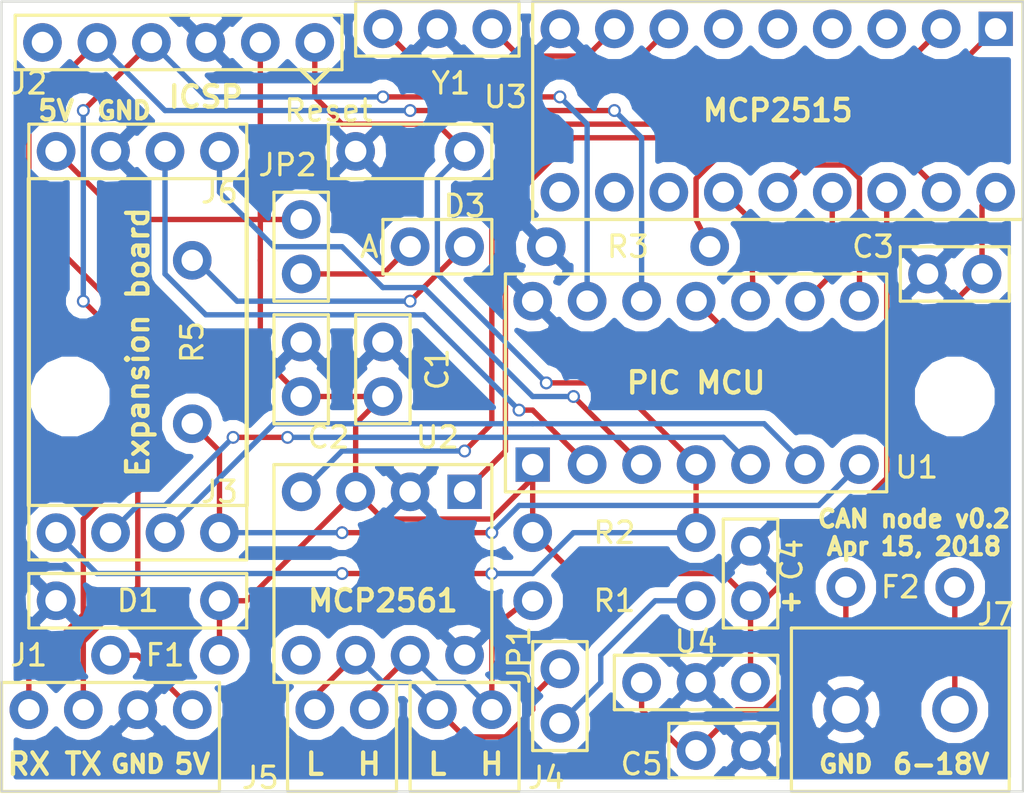
<source format=kicad_pcb>
(kicad_pcb (version 4) (host pcbnew 4.0.7)

  (general
    (links 66)
    (no_connects 0)
    (area 125.679999 91.389999 173.405001 128.320001)
    (thickness 1.6)
    (drawings 27)
    (tracks 214)
    (zones 0)
    (modules 30)
    (nets 37)
  )

  (page A4)
  (layers
    (0 F.Cu signal)
    (31 B.Cu signal)
    (32 B.Adhes user)
    (33 F.Adhes user)
    (34 B.Paste user)
    (35 F.Paste user)
    (36 B.SilkS user)
    (37 F.SilkS user)
    (38 B.Mask user)
    (39 F.Mask user)
    (40 Dwgs.User user)
    (41 Cmts.User user)
    (42 Eco1.User user)
    (43 Eco2.User user)
    (44 Edge.Cuts user)
    (45 Margin user)
    (46 B.CrtYd user)
    (47 F.CrtYd user)
    (48 B.Fab user)
    (49 F.Fab user)
  )

  (setup
    (last_trace_width 0.25)
    (trace_clearance 0.2)
    (zone_clearance 0.508)
    (zone_45_only no)
    (trace_min 0.2)
    (segment_width 0.2)
    (edge_width 0.1)
    (via_size 0.6)
    (via_drill 0.4)
    (via_min_size 0.4)
    (via_min_drill 0.3)
    (uvia_size 0.3)
    (uvia_drill 0.1)
    (uvias_allowed no)
    (uvia_min_size 0.2)
    (uvia_min_drill 0.1)
    (pcb_text_width 0.3)
    (pcb_text_size 1.5 1.5)
    (mod_edge_width 0.15)
    (mod_text_size 1 1)
    (mod_text_width 0.15)
    (pad_size 1.5 1.5)
    (pad_drill 0.6)
    (pad_to_mask_clearance 0)
    (aux_axis_origin 125.73 128.27)
    (grid_origin 125.73 128.27)
    (visible_elements 7FFFFFFF)
    (pcbplotparams
      (layerselection 0x00030_80000001)
      (usegerberextensions false)
      (excludeedgelayer true)
      (linewidth 0.100000)
      (plotframeref false)
      (viasonmask false)
      (mode 1)
      (useauxorigin false)
      (hpglpennumber 1)
      (hpglpenspeed 20)
      (hpglpendiameter 15)
      (hpglpenoverlay 2)
      (psnegative false)
      (psa4output false)
      (plotreference true)
      (plotvalue true)
      (plotinvisibletext false)
      (padsonsilk false)
      (subtractmaskfromsilk false)
      (outputformat 1)
      (mirror false)
      (drillshape 0)
      (scaleselection 1)
      (outputdirectory ""))
  )

  (net 0 "")
  (net 1 GND)
  (net 2 +5V)
  (net 3 "Net-(C5-Pad1)")
  (net 4 "Net-(D3-Pad2)")
  (net 5 "Net-(D3-Pad1)")
  (net 6 "Net-(F1-Pad2)")
  (net 7 "Net-(F2-Pad1)")
  (net 8 "Net-(J1-Pad4)")
  (net 9 "Net-(J1-Pad3)")
  (net 10 "Net-(J2-Pad2)")
  (net 11 "Net-(J2-Pad1)")
  (net 12 "Net-(J3-Pad4)")
  (net 13 "Net-(J3-Pad3)")
  (net 14 "Net-(J3-Pad2)")
  (net 15 "Net-(J3-Pad1)")
  (net 16 "Net-(J4-Pad2)")
  (net 17 "Net-(J4-Pad1)")
  (net 18 "Net-(J6-Pad6)")
  (net 19 "Net-(JP1-Pad2)")
  (net 20 "Net-(R3-Pad2)")
  (net 21 "Net-(U1-Pad11)")
  (net 22 "Net-(U1-Pad8)")
  (net 23 "Net-(U1-Pad9)")
  (net 24 "Net-(U1-Pad10)")
  (net 25 "Net-(U2-Pad1)")
  (net 26 "Net-(U2-Pad4)")
  (net 27 "Net-(U2-Pad5)")
  (net 28 "Net-(U3-Pad3)")
  (net 29 "Net-(U3-Pad4)")
  (net 30 "Net-(U3-Pad5)")
  (net 31 "Net-(U3-Pad6)")
  (net 32 "Net-(U3-Pad7)")
  (net 33 "Net-(U3-Pad12)")
  (net 34 "Net-(U3-Pad8)")
  (net 35 "Net-(U3-Pad10)")
  (net 36 "Net-(U3-Pad11)")

  (net_class Default "これは標準のネット クラスです。"
    (clearance 0.2)
    (trace_width 0.25)
    (via_dia 0.6)
    (via_drill 0.4)
    (uvia_dia 0.3)
    (uvia_drill 0.1)
    (add_net +5V)
    (add_net GND)
    (add_net "Net-(C5-Pad1)")
    (add_net "Net-(D3-Pad1)")
    (add_net "Net-(D3-Pad2)")
    (add_net "Net-(F1-Pad2)")
    (add_net "Net-(F2-Pad1)")
    (add_net "Net-(J1-Pad3)")
    (add_net "Net-(J1-Pad4)")
    (add_net "Net-(J2-Pad1)")
    (add_net "Net-(J2-Pad2)")
    (add_net "Net-(J3-Pad1)")
    (add_net "Net-(J3-Pad2)")
    (add_net "Net-(J3-Pad3)")
    (add_net "Net-(J3-Pad4)")
    (add_net "Net-(J4-Pad1)")
    (add_net "Net-(J4-Pad2)")
    (add_net "Net-(J6-Pad6)")
    (add_net "Net-(JP1-Pad2)")
    (add_net "Net-(R3-Pad2)")
    (add_net "Net-(U1-Pad10)")
    (add_net "Net-(U1-Pad11)")
    (add_net "Net-(U1-Pad8)")
    (add_net "Net-(U1-Pad9)")
    (add_net "Net-(U2-Pad1)")
    (add_net "Net-(U2-Pad4)")
    (add_net "Net-(U2-Pad5)")
    (add_net "Net-(U3-Pad10)")
    (add_net "Net-(U3-Pad11)")
    (add_net "Net-(U3-Pad12)")
    (add_net "Net-(U3-Pad3)")
    (add_net "Net-(U3-Pad4)")
    (add_net "Net-(U3-Pad5)")
    (add_net "Net-(U3-Pad6)")
    (add_net "Net-(U3-Pad7)")
    (add_net "Net-(U3-Pad8)")
  )

  (module Mounting_Holes:MountingHole_2.7mm (layer F.Cu) (tedit 5AD20215) (tstamp 5AD15EBE)
    (at 170.18 109.855)
    (descr "Mounting Hole 2.7mm, no annular")
    (tags "mounting hole 2.7mm no annular")
    (attr virtual)
    (fp_text reference REF** (at 0 -3.7) (layer F.SilkS) hide
      (effects (font (size 1 1) (thickness 0.15)))
    )
    (fp_text value 2.7mm (at 0 3.7) (layer F.Fab)
      (effects (font (size 1 1) (thickness 0.15)))
    )
    (fp_text user %R (at 0.3 0) (layer F.Fab)
      (effects (font (size 1 1) (thickness 0.15)))
    )
    (fp_circle (center 0 0) (end 2.7 0) (layer Cmts.User) (width 0.15))
    (fp_circle (center 0 0) (end 2.95 0) (layer F.CrtYd) (width 0.05))
    (pad 1 np_thru_hole circle (at 0 0) (size 2.7 2.7) (drill 2.7) (layers *.Cu *.Mask))
  )

  (module Mounting_Holes:MountingHole_2.7mm (layer F.Cu) (tedit 5AD2021E) (tstamp 5AD15EC6)
    (at 128.905 109.855)
    (descr "Mounting Hole 2.7mm, no annular")
    (tags "mounting hole 2.7mm no annular")
    (attr virtual)
    (fp_text reference REF** (at 0 -3.7) (layer F.SilkS) hide
      (effects (font (size 1 1) (thickness 0.15)))
    )
    (fp_text value 2.7mm (at 0 3.7) (layer F.Fab)
      (effects (font (size 1 1) (thickness 0.15)))
    )
    (fp_text user %R (at 0.3 0) (layer F.Fab)
      (effects (font (size 1 1) (thickness 0.15)))
    )
    (fp_circle (center 0 0) (end 2.7 0) (layer Cmts.User) (width 0.15))
    (fp_circle (center 0 0) (end 2.95 0) (layer F.CrtYd) (width 0.05))
    (pad 1 np_thru_hole circle (at 0 0) (size 2.7 2.7) (drill 2.7) (layers *.Cu *.Mask))
  )

  (module can-bus:PinSocket_1x6 (layer F.Cu) (tedit 5AD2E7FD) (tstamp 5AD11B54)
    (at 133.985 93.345)
    (path /5ACD1EB9)
    (fp_text reference J6 (at 1.905 6.985) (layer F.SilkS)
      (effects (font (size 1 1) (thickness 0.15)))
    )
    (fp_text value ICSP (at 0 2.54) (layer F.Fab)
      (effects (font (size 1 1) (thickness 0.15)))
    )
    (fp_line (start 11.43 3.81) (end 11.43 3.81) (layer F.SilkS) (width 0.15))
    (fp_line (start 7.62 -1.27) (end -7.62 -1.27) (layer F.SilkS) (width 0.15))
    (fp_line (start -7.62 -1.27) (end -7.62 1.27) (layer F.SilkS) (width 0.15))
    (fp_line (start -7.62 1.27) (end 7.62 1.27) (layer F.SilkS) (width 0.15))
    (fp_line (start 7.62 -1.27) (end 7.62 1.27) (layer F.SilkS) (width 0.15))
    (pad 4 thru_hole circle (at -1.27 0) (size 1.8 1.8) (drill 1) (layers *.Cu *.Mask)
      (net 8 "Net-(J1-Pad4)"))
    (pad 3 thru_hole circle (at 1.27 0) (size 1.8 1.8) (drill 1) (layers *.Cu *.Mask)
      (net 1 GND))
    (pad 2 thru_hole circle (at 3.81 0) (size 1.8 1.8) (drill 1) (layers *.Cu *.Mask)
      (net 2 +5V))
    (pad 1 thru_hole circle (at 6.35 0) (size 1.8 1.8) (drill 1) (layers *.Cu *.Mask)
      (net 12 "Net-(J3-Pad4)"))
    (pad 5 thru_hole circle (at -3.81 0) (size 1.8 1.8) (drill 1) (layers *.Cu *.Mask)
      (net 9 "Net-(J1-Pad3)"))
    (pad 6 thru_hole circle (at -6.35 0) (size 1.8 1.8) (drill 1) (layers *.Cu *.Mask)
      (net 18 "Net-(J6-Pad6)"))
  )

  (module can-bus:Ceralock_Murata (layer F.Cu) (tedit 5AD22BFA) (tstamp 5AD11BC6)
    (at 146.05 92.71)
    (path /5AC3C58B)
    (fp_text reference Y1 (at 0.635 2.54) (layer F.SilkS)
      (effects (font (size 1 1) (thickness 0.15)))
    )
    (fp_text value "Ceralock 8MHz" (at 0 2.54) (layer F.Fab)
      (effects (font (size 1 1) (thickness 0.15)))
    )
    (fp_line (start -3.81 -1.27) (end 3.81 -1.27) (layer F.SilkS) (width 0.15))
    (fp_line (start 3.81 -1.27) (end 3.81 1.27) (layer F.SilkS) (width 0.15))
    (fp_line (start 3.81 1.27) (end -3.81 1.27) (layer F.SilkS) (width 0.15))
    (fp_line (start -3.81 1.27) (end -3.81 -1.27) (layer F.SilkS) (width 0.15))
    (pad 3 thru_hole circle (at -2.54 0) (size 1.8 1.8) (drill 1) (layers *.Cu *.Mask)
      (net 32 "Net-(U3-Pad7)"))
    (pad 2 thru_hole circle (at 0 0) (size 1.8 1.8) (drill 1) (layers *.Cu *.Mask)
      (net 1 GND))
    (pad 1 thru_hole circle (at 2.54 0) (size 1.8 1.8) (drill 1) (layers *.Cu *.Mask)
      (net 34 "Net-(U3-Pad8)"))
  )

  (module can-bus:IC_socket_18pins (layer F.Cu) (tedit 5AD22C00) (tstamp 5AD11BB8)
    (at 161.925 96.52)
    (path /5ACEEDEE)
    (fp_text reference U3 (at -12.7 -0.635) (layer F.SilkS)
      (effects (font (size 1 1) (thickness 0.15)))
    )
    (fp_text value MCP2515-I/P (at 0 0) (layer F.Fab)
      (effects (font (size 1 1) (thickness 0.15)))
    )
    (fp_line (start 11.43 -5.08) (end -11.43 -5.08) (layer F.SilkS) (width 0.15))
    (fp_line (start -11.43 -5.08) (end -11.43 5.08) (layer F.SilkS) (width 0.15))
    (fp_line (start -11.43 5.08) (end 11.43 5.08) (layer F.SilkS) (width 0.15))
    (fp_line (start 11.43 5.08) (end 11.43 -5.08) (layer F.SilkS) (width 0.15))
    (pad 1 thru_hole rect (at 10.16 -3.81) (size 1.6 1.6) (drill 1) (layers *.Cu *.Mask)
      (net 25 "Net-(U2-Pad1)"))
    (pad 2 thru_hole circle (at 7.62 -3.81) (size 1.8 1.8) (drill 1) (layers *.Cu *.Mask)
      (net 26 "Net-(U2-Pad4)"))
    (pad 3 thru_hole circle (at 5.08 -3.81) (size 1.8 1.8) (drill 1) (layers *.Cu *.Mask)
      (net 28 "Net-(U3-Pad3)"))
    (pad 4 thru_hole circle (at 2.54 -3.81) (size 1.8 1.8) (drill 1) (layers *.Cu *.Mask)
      (net 29 "Net-(U3-Pad4)"))
    (pad 15 thru_hole circle (at 2.54 3.81) (size 1.8 1.8) (drill 1) (layers *.Cu *.Mask)
      (net 23 "Net-(U1-Pad9)"))
    (pad 16 thru_hole circle (at 5.08 3.81) (size 1.8 1.8) (drill 1) (layers *.Cu *.Mask)
      (net 21 "Net-(U1-Pad11)"))
    (pad 17 thru_hole circle (at 7.62 3.81) (size 1.8 1.8) (drill 1) (layers *.Cu *.Mask)
      (net 20 "Net-(R3-Pad2)"))
    (pad 18 thru_hole circle (at 10.16 3.81) (size 1.8 1.8) (drill 1) (layers *.Cu *.Mask)
      (net 2 +5V))
    (pad 5 thru_hole circle (at 0 -3.81) (size 1.8 1.8) (drill 1) (layers *.Cu *.Mask)
      (net 30 "Net-(U3-Pad5)"))
    (pad 6 thru_hole circle (at -2.54 -3.81) (size 1.8 1.8) (drill 1) (layers *.Cu *.Mask)
      (net 31 "Net-(U3-Pad6)"))
    (pad 7 thru_hole circle (at -5.08 -3.81) (size 1.8 1.8) (drill 1) (layers *.Cu *.Mask)
      (net 32 "Net-(U3-Pad7)"))
    (pad 12 thru_hole circle (at -5.08 3.81) (size 1.8 1.8) (drill 1) (layers *.Cu *.Mask)
      (net 33 "Net-(U3-Pad12)"))
    (pad 13 thru_hole circle (at -2.54 3.81) (size 1.8 1.8) (drill 1) (layers *.Cu *.Mask)
      (net 24 "Net-(U1-Pad10)"))
    (pad 14 thru_hole circle (at 0 3.81) (size 1.8 1.8) (drill 1) (layers *.Cu *.Mask)
      (net 22 "Net-(U1-Pad8)"))
    (pad 8 thru_hole circle (at -7.62 -3.81) (size 1.8 1.8) (drill 1) (layers *.Cu *.Mask)
      (net 34 "Net-(U3-Pad8)"))
    (pad 9 thru_hole circle (at -10.16 -3.81) (size 1.8 1.8) (drill 1) (layers *.Cu *.Mask)
      (net 1 GND))
    (pad 10 thru_hole circle (at -10.16 3.81) (size 1.8 1.8) (drill 1) (layers *.Cu *.Mask)
      (net 35 "Net-(U3-Pad10)"))
    (pad 11 thru_hole circle (at -7.62 3.81) (size 1.8 1.8) (drill 1) (layers *.Cu *.Mask)
      (net 36 "Net-(U3-Pad11)"))
  )

  (module can-bus:PinSocket_1x4 (layer F.Cu) (tedit 5AD2E864) (tstamp 5AD11B36)
    (at 132.08 98.425)
    (path /5ACD214B)
    (fp_text reference J2 (at -5.08 -3.175) (layer F.SilkS)
      (effects (font (size 1 1) (thickness 0.15)))
    )
    (fp_text value "Pin socket" (at 0 2.54) (layer F.Fab)
      (effects (font (size 1 1) (thickness 0.15)))
    )
    (fp_line (start 5.08 -1.27) (end 5.08 1.27) (layer F.SilkS) (width 0.15))
    (fp_line (start -5.08 1.27) (end -5.08 -1.27) (layer F.SilkS) (width 0.15))
    (fp_line (start -5.08 -1.27) (end 5.08 -1.27) (layer F.SilkS) (width 0.15))
    (fp_line (start 5.08 1.27) (end -5.08 1.27) (layer F.SilkS) (width 0.15))
    (pad 4 thru_hole circle (at -3.81 0) (size 1.8 1.8) (drill 1) (layers *.Cu *.Mask)
      (net 2 +5V))
    (pad 3 thru_hole circle (at -1.27 0) (size 1.8 1.8) (drill 1) (layers *.Cu *.Mask)
      (net 1 GND))
    (pad 2 thru_hole circle (at 1.27 0) (size 1.8 1.8) (drill 1) (layers *.Cu *.Mask)
      (net 10 "Net-(J2-Pad2)"))
    (pad 1 thru_hole circle (at 3.81 0) (size 1.8 1.8) (drill 1) (layers *.Cu *.Mask)
      (net 11 "Net-(J2-Pad1)"))
  )

  (module can-bus:TactileSwitch (layer F.Cu) (tedit 5AD2EBFB) (tstamp 5AD11B84)
    (at 144.78 98.425)
    (path /5ACEDD63)
    (fp_text reference Reset (at -3.81 -1.905) (layer F.SilkS)
      (effects (font (size 1 1) (thickness 0.15)))
    )
    (fp_text value SW (at 0 2.54) (layer F.Fab)
      (effects (font (size 1 1) (thickness 0.15)))
    )
    (fp_line (start 3.81 -1.27) (end -3.81 -1.27) (layer F.SilkS) (width 0.15))
    (fp_line (start -3.81 -1.27) (end -3.81 1.27) (layer F.SilkS) (width 0.15))
    (fp_line (start -3.81 1.27) (end 3.81 1.27) (layer F.SilkS) (width 0.15))
    (fp_line (start 3.81 1.27) (end 3.81 -1.27) (layer F.SilkS) (width 0.15))
    (pad 2 thru_hole circle (at -2.54 0) (size 1.8 1.8) (drill 1) (layers *.Cu *.Mask)
      (net 1 GND))
    (pad 1 thru_hole circle (at 2.54 0) (size 1.8 1.8) (drill 1) (layers *.Cu *.Mask)
      (net 12 "Net-(J3-Pad4)"))
  )

  (module can-bus:Led (layer F.Cu) (tedit 5AD2E9EA) (tstamp 5AD11B1A)
    (at 146.05 102.87)
    (path /5ACEE6E9)
    (fp_text reference D3 (at 1.27 -1.905) (layer F.SilkS)
      (effects (font (size 1 1) (thickness 0.15)))
    )
    (fp_text value LED (at 0 2.54) (layer F.Fab)
      (effects (font (size 1 1) (thickness 0.15)))
    )
    (fp_text user A (at -3.175 0) (layer F.SilkS)
      (effects (font (size 1 1) (thickness 0.15)))
    )
    (fp_line (start -2.54 -1.27) (end -2.54 1.27) (layer F.SilkS) (width 0.15))
    (fp_line (start -2.54 1.27) (end 2.54 1.27) (layer F.SilkS) (width 0.15))
    (fp_line (start 2.54 1.27) (end 2.54 -1.27) (layer F.SilkS) (width 0.15))
    (fp_line (start 2.54 -1.27) (end -2.54 -1.27) (layer F.SilkS) (width 0.15))
    (pad 2 thru_hole circle (at -1.27 0) (size 1.8 1.8) (drill 1) (layers *.Cu *.Mask)
      (net 4 "Net-(D3-Pad2)"))
    (pad 1 thru_hole circle (at 1.27 0) (size 1.8 1.8) (drill 1) (layers *.Cu *.Mask)
      (net 5 "Net-(D3-Pad1)"))
  )

  (module can-bus:IC_socket_14pins (layer F.Cu) (tedit 5AD22E85) (tstamp 5AD11B96)
    (at 158.115 109.22 180)
    (path /5ACDF945)
    (fp_text reference U1 (at -10.287 -3.937 180) (layer F.SilkS)
      (effects (font (size 1 1) (thickness 0.15)))
    )
    (fp_text value PIC16f18326-I/P (at 0 0 180) (layer F.Fab)
      (effects (font (size 1 1) (thickness 0.15)))
    )
    (fp_line (start 8.89 5.08) (end -8.89 5.08) (layer F.SilkS) (width 0.15))
    (fp_line (start 8.89 -5.08) (end -8.89 -5.08) (layer F.SilkS) (width 0.15))
    (fp_line (start -8.89 -5.08) (end -8.89 5.08) (layer F.SilkS) (width 0.15))
    (fp_line (start 8.89 5.08) (end 8.89 -5.08) (layer F.SilkS) (width 0.15))
    (pad 1 thru_hole rect (at 7.62 -3.81 180) (size 1.6 1.6) (drill 1) (layers *.Cu *.Mask)
      (net 2 +5V))
    (pad 2 thru_hole circle (at 5.08 -3.81 180) (size 1.8 1.8) (drill 1) (layers *.Cu *.Mask)
      (net 10 "Net-(J2-Pad2)"))
    (pad 3 thru_hole circle (at 2.54 -3.81 180) (size 1.8 1.8) (drill 1) (layers *.Cu *.Mask)
      (net 11 "Net-(J2-Pad1)"))
    (pad 4 thru_hole circle (at 0 -3.81 180) (size 1.8 1.8) (drill 1) (layers *.Cu *.Mask)
      (net 12 "Net-(J3-Pad4)"))
    (pad 11 thru_hole circle (at 0 3.81 180) (size 1.8 1.8) (drill 1) (layers *.Cu *.Mask)
      (net 21 "Net-(U1-Pad11)"))
    (pad 12 thru_hole circle (at 2.54 3.81 180) (size 1.8 1.8) (drill 1) (layers *.Cu *.Mask)
      (net 9 "Net-(J1-Pad3)"))
    (pad 13 thru_hole circle (at 5.08 3.81 180) (size 1.8 1.8) (drill 1) (layers *.Cu *.Mask)
      (net 8 "Net-(J1-Pad4)"))
    (pad 14 thru_hole circle (at 7.62 3.81 180) (size 1.8 1.8) (drill 1) (layers *.Cu *.Mask)
      (net 1 GND))
    (pad 5 thru_hole circle (at -2.54 -3.81 180) (size 1.8 1.8) (drill 1) (layers *.Cu *.Mask)
      (net 13 "Net-(J3-Pad3)"))
    (pad 6 thru_hole circle (at -5.08 -3.81 180) (size 1.8 1.8) (drill 1) (layers *.Cu *.Mask)
      (net 14 "Net-(J3-Pad2)"))
    (pad 7 thru_hole circle (at -7.62 -3.81 180) (size 1.8 1.8) (drill 1) (layers *.Cu *.Mask)
      (net 15 "Net-(J3-Pad1)"))
    (pad 8 thru_hole circle (at -7.62 3.81 180) (size 1.8 1.8) (drill 1) (layers *.Cu *.Mask)
      (net 22 "Net-(U1-Pad8)"))
    (pad 9 thru_hole circle (at -5.08 3.81 180) (size 1.8 1.8) (drill 1) (layers *.Cu *.Mask)
      (net 23 "Net-(U1-Pad9)"))
    (pad 10 thru_hole circle (at -2.54 3.81 180) (size 1.8 1.8) (drill 1) (layers *.Cu *.Mask)
      (net 24 "Net-(U1-Pad10)"))
  )

  (module can-bus:IC_Socket_8pins (layer F.Cu) (tedit 5AD22DDF) (tstamp 5AD11BA2)
    (at 143.51 118.11)
    (path /5ACEEE4B)
    (fp_text reference U2 (at 2.54 -6.35) (layer F.SilkS)
      (effects (font (size 1 1) (thickness 0.15)))
    )
    (fp_text value MCP2561-E/P (at 0 0) (layer F.Fab)
      (effects (font (size 1 1) (thickness 0.15)))
    )
    (fp_line (start -5.08 -5.08) (end -5.08 5.08) (layer F.SilkS) (width 0.15))
    (fp_line (start -5.08 5.08) (end 5.08 5.08) (layer F.SilkS) (width 0.15))
    (fp_line (start 5.08 5.08) (end 5.08 -5.08) (layer F.SilkS) (width 0.15))
    (fp_line (start 5.08 -5.08) (end -5.08 -5.08) (layer F.SilkS) (width 0.15))
    (pad 1 thru_hole rect (at 3.81 -3.81) (size 1.6 1.6) (drill 1) (layers *.Cu *.Mask)
      (net 25 "Net-(U2-Pad1)"))
    (pad 2 thru_hole circle (at 1.27 -3.81) (size 1.8 1.8) (drill 1) (layers *.Cu *.Mask)
      (net 1 GND))
    (pad 3 thru_hole circle (at -1.27 -3.81) (size 1.8 1.8) (drill 1) (layers *.Cu *.Mask)
      (net 2 +5V))
    (pad 4 thru_hole circle (at -3.81 -3.81) (size 1.8 1.8) (drill 1) (layers *.Cu *.Mask)
      (net 26 "Net-(U2-Pad4)"))
    (pad 5 thru_hole circle (at -3.81 3.81) (size 1.8 1.8) (drill 1) (layers *.Cu *.Mask)
      (net 27 "Net-(U2-Pad5)"))
    (pad 6 thru_hole circle (at -1.27 3.81) (size 1.8 1.8) (drill 1) (layers *.Cu *.Mask)
      (net 16 "Net-(J4-Pad2)"))
    (pad 7 thru_hole circle (at 1.27 3.81) (size 1.8 1.8) (drill 1) (layers *.Cu *.Mask)
      (net 17 "Net-(J4-Pad1)"))
    (pad 8 thru_hole circle (at 3.81 3.81) (size 1.8 1.8) (drill 1) (layers *.Cu *.Mask)
      (net 1 GND))
  )

  (module can-bus:PinHeader_1x2_L_Shape (layer F.Cu) (tedit 5AD22D64) (tstamp 5AD11B44)
    (at 147.32 125.73)
    (path /5ACE0465)
    (fp_text reference J4 (at 3.81 1.905) (layer F.SilkS)
      (effects (font (size 1 1) (thickness 0.15)))
    )
    (fp_text value CAN0 (at 0 1.27) (layer F.Fab)
      (effects (font (size 1 1) (thickness 0.15)))
    )
    (fp_line (start -2.54 -2.54) (end -2.54 0) (layer F.SilkS) (width 0.15))
    (fp_line (start -2.54 0) (end -2.54 2.54) (layer F.SilkS) (width 0.15))
    (fp_line (start -2.54 2.54) (end 2.54 2.54) (layer F.SilkS) (width 0.15))
    (fp_line (start 2.54 2.54) (end 2.54 -2.54) (layer F.SilkS) (width 0.15))
    (fp_line (start 2.54 -2.54) (end -2.54 -2.54) (layer F.SilkS) (width 0.15))
    (pad 2 thru_hole circle (at -1.27 -1.27) (size 1.8 1.8) (drill 1) (layers *.Cu *.Mask)
      (net 16 "Net-(J4-Pad2)"))
    (pad 1 thru_hole circle (at 1.27 -1.27) (size 1.8 1.8) (drill 1) (layers *.Cu *.Mask)
      (net 17 "Net-(J4-Pad1)"))
  )

  (module can-bus:PinHeader_1x2_L_Shape (layer F.Cu) (tedit 5AD22D6B) (tstamp 5AD11B4A)
    (at 141.605 125.73)
    (path /5ACE04C2)
    (fp_text reference J5 (at -3.81 1.905) (layer F.SilkS)
      (effects (font (size 1 1) (thickness 0.15)))
    )
    (fp_text value CAN1 (at 0 1.27) (layer F.Fab)
      (effects (font (size 1 1) (thickness 0.15)))
    )
    (fp_line (start -2.54 -2.54) (end -2.54 0) (layer F.SilkS) (width 0.15))
    (fp_line (start -2.54 0) (end -2.54 2.54) (layer F.SilkS) (width 0.15))
    (fp_line (start -2.54 2.54) (end 2.54 2.54) (layer F.SilkS) (width 0.15))
    (fp_line (start 2.54 2.54) (end 2.54 -2.54) (layer F.SilkS) (width 0.15))
    (fp_line (start 2.54 -2.54) (end -2.54 -2.54) (layer F.SilkS) (width 0.15))
    (pad 2 thru_hole circle (at -1.27 -1.27) (size 1.8 1.8) (drill 1) (layers *.Cu *.Mask)
      (net 16 "Net-(J4-Pad2)"))
    (pad 1 thru_hole circle (at 1.27 -1.27) (size 1.8 1.8) (drill 1) (layers *.Cu *.Mask)
      (net 17 "Net-(J4-Pad1)"))
  )

  (module can-bus:PinHeader_1x4_L_Shape (layer F.Cu) (tedit 5AD22D74) (tstamp 5AD11B2E)
    (at 130.81 125.73)
    (path /5AC36131)
    (fp_text reference J1 (at -3.81 -3.81) (layer F.SilkS)
      (effects (font (size 1 1) (thickness 0.15)))
    )
    (fp_text value "Pin header" (at 0 1.27) (layer F.Fab)
      (effects (font (size 1 1) (thickness 0.15)))
    )
    (fp_line (start -5.08 -2.54) (end 5.08 -2.54) (layer F.SilkS) (width 0.15))
    (fp_line (start 5.08 -2.54) (end 5.08 2.54) (layer F.SilkS) (width 0.15))
    (fp_line (start 5.08 2.54) (end -5.08 2.54) (layer F.SilkS) (width 0.15))
    (fp_line (start -5.08 2.54) (end -5.08 -2.54) (layer F.SilkS) (width 0.15))
    (pad 4 thru_hole circle (at -3.81 -1.27) (size 1.8 1.8) (drill 1) (layers *.Cu *.Mask)
      (net 8 "Net-(J1-Pad4)"))
    (pad 3 thru_hole circle (at -1.27 -1.27) (size 1.8 1.8) (drill 1) (layers *.Cu *.Mask)
      (net 9 "Net-(J1-Pad3)"))
    (pad 2 thru_hole circle (at 1.27 -1.27) (size 1.8 1.8) (drill 1) (layers *.Cu *.Mask)
      (net 1 GND))
    (pad 1 thru_hole circle (at 3.81 -1.27) (size 1.8 1.8) (drill 1) (layers *.Cu *.Mask)
      (net 6 "Net-(F1-Pad2)"))
  )

  (module can-bus:Terminal_PhoenixContact_2P (layer F.Cu) (tedit 5AD22CB4) (tstamp 5AD11B5A)
    (at 167.64 124.46)
    (path /5ACEDCC0)
    (fp_text reference J7 (at 4.445 -4.445) (layer F.SilkS)
      (effects (font (size 1 1) (thickness 0.15)))
    )
    (fp_text value terminal (at 0 2.54) (layer F.Fab)
      (effects (font (size 1 1) (thickness 0.15)))
    )
    (fp_line (start 5.08 -3.81) (end 5.08 3.81) (layer F.SilkS) (width 0.15))
    (fp_line (start 5.08 3.81) (end -5.08 3.81) (layer F.SilkS) (width 0.15))
    (fp_line (start -5.08 3.81) (end -5.08 -3.81) (layer F.SilkS) (width 0.15))
    (fp_line (start -5.08 -3.81) (end 5.08 -3.81) (layer F.SilkS) (width 0.15))
    (pad 2 thru_hole circle (at -2.54 0) (size 2.1 2.1) (drill 1.3) (layers *.Cu *.Mask)
      (net 1 GND))
    (pad 1 thru_hole circle (at 2.54 0) (size 2.1 2.1) (drill 1.3) (layers *.Cu *.Mask)
      (net 7 "Net-(F2-Pad1)"))
  )

  (module can-bus:Capacitor_2.54mm (layer F.Cu) (tedit 5AD22C5B) (tstamp 5AD11B08)
    (at 159.385 126.365 180)
    (path /5ACED28B)
    (fp_text reference C5 (at 3.81 -0.635 180) (layer F.SilkS)
      (effects (font (size 1 1) (thickness 0.15)))
    )
    (fp_text value 0.1u (at 0 2.54 180) (layer F.Fab)
      (effects (font (size 1 1) (thickness 0.15)))
    )
    (fp_line (start -2.54 -1.27) (end -2.54 1.27) (layer F.SilkS) (width 0.15))
    (fp_line (start -2.54 1.27) (end 2.54 1.27) (layer F.SilkS) (width 0.15))
    (fp_line (start 2.54 1.27) (end 2.54 -1.27) (layer F.SilkS) (width 0.15))
    (fp_line (start 2.54 -1.27) (end -2.54 -1.27) (layer F.SilkS) (width 0.15))
    (pad 2 thru_hole circle (at -1.27 0 180) (size 1.8 1.8) (drill 1) (layers *.Cu *.Mask)
      (net 1 GND))
    (pad 1 thru_hole circle (at 1.27 0 180) (size 1.8 1.8) (drill 1) (layers *.Cu *.Mask)
      (net 3 "Net-(C5-Pad1)"))
  )

  (module can-bus:TA48M05F (layer F.Cu) (tedit 5AD22CBD) (tstamp 5AD11BBF)
    (at 158.115 123.19)
    (path /5ACEBAE6)
    (fp_text reference U4 (at 0 -1.905) (layer F.SilkS)
      (effects (font (size 1 1) (thickness 0.15)))
    )
    (fp_text value regulator (at 0 2.54) (layer F.Fab)
      (effects (font (size 1 1) (thickness 0.15)))
    )
    (fp_line (start -3.81 -1.27) (end -3.81 1.27) (layer F.SilkS) (width 0.15))
    (fp_line (start -3.81 1.27) (end 3.81 1.27) (layer F.SilkS) (width 0.15))
    (fp_line (start 3.81 1.27) (end 3.81 -1.27) (layer F.SilkS) (width 0.15))
    (fp_line (start 3.81 -1.27) (end -3.81 -1.27) (layer F.SilkS) (width 0.15))
    (pad 1 thru_hole circle (at -2.54 0) (size 1.8 1.8) (drill 1) (layers *.Cu *.Mask)
      (net 3 "Net-(C5-Pad1)"))
    (pad 3 thru_hole circle (at 0 0) (size 1.8 1.8) (drill 1) (layers *.Cu *.Mask)
      (net 1 GND))
    (pad 2 thru_hole circle (at 2.54 0) (size 1.8 1.8) (drill 1) (layers *.Cu *.Mask)
      (net 2 +5V))
  )

  (module can-bus:Jumper_1x2 (layer F.Cu) (tedit 5AD22C4A) (tstamp 5AD11B60)
    (at 153.035 125.095 90)
    (path /5AC3C46F)
    (fp_text reference JP1 (at 3.175 -3.175 90) (layer F.SilkS)
      (effects (font (size 1 1) (thickness 0.15)))
    )
    (fp_text value Jumper (at 0 1.27 90) (layer F.Fab)
      (effects (font (size 1 1) (thickness 0.15)))
    )
    (fp_line (start -1.27 -2.54) (end -1.27 0) (layer F.SilkS) (width 0.15))
    (fp_line (start -1.27 0) (end 3.81 0) (layer F.SilkS) (width 0.15))
    (fp_line (start 3.81 0) (end 3.81 -2.54) (layer F.SilkS) (width 0.15))
    (fp_line (start 3.81 -2.54) (end -1.27 -2.54) (layer F.SilkS) (width 0.15))
    (pad 2 thru_hole circle (at 0 -1.27 90) (size 1.8 1.8) (drill 1) (layers *.Cu *.Mask)
      (net 19 "Net-(JP1-Pad2)"))
    (pad 1 thru_hole circle (at 2.54 -1.27 90) (size 1.8 1.8) (drill 1) (layers *.Cu *.Mask)
      (net 16 "Net-(J4-Pad2)"))
  )

  (module can-bus:Resistor_FaithfulLink_CF25 (layer F.Cu) (tedit 5AD2E702) (tstamp 5AD11B7E)
    (at 134.62 107.315 90)
    (path /5ACEE551)
    (fp_text reference R5 (at 0 0 90) (layer F.SilkS)
      (effects (font (size 1 1) (thickness 0.15)))
    )
    (fp_text value 1k (at 0 0 90) (layer F.Fab)
      (effects (font (size 1 1) (thickness 0.15)))
    )
    (pad 2 thru_hole circle (at -3.81 0 90) (size 1.8 1.8) (drill 1) (layers *.Cu *.Mask)
      (net 15 "Net-(J3-Pad1)"))
    (pad 1 thru_hole circle (at 3.81 0 90) (size 1.8 1.8) (drill 1) (layers *.Cu *.Mask)
      (net 5 "Net-(D3-Pad1)"))
  )

  (module can-bus:PinSocket_1x4 (layer F.Cu) (tedit 5AD2E63E) (tstamp 5AD11B3E)
    (at 132.08 116.205)
    (path /5ACD21B4)
    (fp_text reference J3 (at 3.81 -1.905) (layer F.SilkS)
      (effects (font (size 1 1) (thickness 0.15)))
    )
    (fp_text value "Pin socket" (at 0 2.54) (layer F.Fab)
      (effects (font (size 1 1) (thickness 0.15)))
    )
    (fp_line (start 5.08 -1.27) (end 5.08 1.27) (layer F.SilkS) (width 0.15))
    (fp_line (start -5.08 1.27) (end -5.08 -1.27) (layer F.SilkS) (width 0.15))
    (fp_line (start -5.08 -1.27) (end 5.08 -1.27) (layer F.SilkS) (width 0.15))
    (fp_line (start 5.08 1.27) (end -5.08 1.27) (layer F.SilkS) (width 0.15))
    (pad 4 thru_hole circle (at -3.81 0) (size 1.8 1.8) (drill 1) (layers *.Cu *.Mask)
      (net 12 "Net-(J3-Pad4)"))
    (pad 3 thru_hole circle (at -1.27 0) (size 1.8 1.8) (drill 1) (layers *.Cu *.Mask)
      (net 13 "Net-(J3-Pad3)"))
    (pad 2 thru_hole circle (at 1.27 0) (size 1.8 1.8) (drill 1) (layers *.Cu *.Mask)
      (net 14 "Net-(J3-Pad2)"))
    (pad 1 thru_hole circle (at 3.81 0) (size 1.8 1.8) (drill 1) (layers *.Cu *.Mask)
      (net 15 "Net-(J3-Pad1)"))
  )

  (module can-bus:Capacitor_2.54mm (layer F.Cu) (tedit 5AD22D9F) (tstamp 5AD11AF0)
    (at 139.7 108.585 270)
    (path /5AC3EC8B)
    (fp_text reference C1 (at 0 -6.35 270) (layer F.SilkS)
      (effects (font (size 1 1) (thickness 0.15)))
    )
    (fp_text value 0.1u (at 0 2.54 270) (layer F.Fab)
      (effects (font (size 1 1) (thickness 0.15)))
    )
    (fp_line (start -2.54 -1.27) (end -2.54 1.27) (layer F.SilkS) (width 0.15))
    (fp_line (start -2.54 1.27) (end 2.54 1.27) (layer F.SilkS) (width 0.15))
    (fp_line (start 2.54 1.27) (end 2.54 -1.27) (layer F.SilkS) (width 0.15))
    (fp_line (start 2.54 -1.27) (end -2.54 -1.27) (layer F.SilkS) (width 0.15))
    (pad 2 thru_hole circle (at -1.27 0 270) (size 1.8 1.8) (drill 1) (layers *.Cu *.Mask)
      (net 1 GND))
    (pad 1 thru_hole circle (at 1.27 0 270) (size 1.8 1.8) (drill 1) (layers *.Cu *.Mask)
      (net 2 +5V))
  )

  (module can-bus:Capacitor_2.54mm (layer F.Cu) (tedit 5AD2EA47) (tstamp 5AD11B02)
    (at 160.655 118.11 270)
    (path /5ACED2DA)
    (fp_text reference C4 (at -0.635 -1.905 270) (layer F.SilkS)
      (effects (font (size 1 1) (thickness 0.15)))
    )
    (fp_text value 47u (at 0 2.54 270) (layer F.Fab)
      (effects (font (size 1 1) (thickness 0.15)))
    )
    (fp_line (start -2.54 -1.27) (end -2.54 1.27) (layer F.SilkS) (width 0.15))
    (fp_line (start -2.54 1.27) (end 2.54 1.27) (layer F.SilkS) (width 0.15))
    (fp_line (start 2.54 1.27) (end 2.54 -1.27) (layer F.SilkS) (width 0.15))
    (fp_line (start 2.54 -1.27) (end -2.54 -1.27) (layer F.SilkS) (width 0.15))
    (pad 2 thru_hole circle (at -1.27 0 270) (size 1.8 1.8) (drill 1) (layers *.Cu *.Mask)
      (net 1 GND))
    (pad 1 thru_hole circle (at 1.27 0 270) (size 1.8 1.8) (drill 1) (layers *.Cu *.Mask)
      (net 2 +5V))
  )

  (module can-bus:Resistor_FaithfulLink_CF25 (layer F.Cu) (tedit 5AD2E748) (tstamp 5AD11B72)
    (at 154.305 116.205 180)
    (path /5AC3BFB2)
    (fp_text reference R2 (at 0 0 180) (layer F.SilkS)
      (effects (font (size 1 1) (thickness 0.15)))
    )
    (fp_text value 51k (at 0 0 180) (layer F.Fab)
      (effects (font (size 1 1) (thickness 0.15)))
    )
    (pad 2 thru_hole circle (at -3.81 0 180) (size 1.8 1.8) (drill 1) (layers *.Cu *.Mask)
      (net 12 "Net-(J3-Pad4)"))
    (pad 1 thru_hole circle (at 3.81 0 180) (size 1.8 1.8) (drill 1) (layers *.Cu *.Mask)
      (net 2 +5V))
  )

  (module can-bus:Resistor_FaithfulLink_CF25 (layer F.Cu) (tedit 5AD22CC8) (tstamp 5AD11B6C)
    (at 154.305 119.38 180)
    (path /5AC3C354)
    (fp_text reference R1 (at 0 0 180) (layer F.SilkS)
      (effects (font (size 1 1) (thickness 0.15)))
    )
    (fp_text value 120 (at 0 0 180) (layer F.Fab)
      (effects (font (size 1 1) (thickness 0.15)))
    )
    (pad 2 thru_hole circle (at -3.81 0 180) (size 1.8 1.8) (drill 1) (layers *.Cu *.Mask)
      (net 19 "Net-(JP1-Pad2)"))
    (pad 1 thru_hole circle (at 3.81 0 180) (size 1.8 1.8) (drill 1) (layers *.Cu *.Mask)
      (net 17 "Net-(J4-Pad1)"))
  )

  (module can-bus:Polyswitch_Tyco (layer F.Cu) (tedit 5AD22CDB) (tstamp 5AD11B20)
    (at 133.35 121.92)
    (path /5ACCB024)
    (fp_text reference F1 (at 0 0) (layer F.SilkS)
      (effects (font (size 1 1) (thickness 0.15)))
    )
    (fp_text value 250mA (at 0 1.27) (layer F.Fab)
      (effects (font (size 1 1) (thickness 0.15)))
    )
    (pad 2 thru_hole circle (at -2.54 0) (size 1.8 1.8) (drill 1) (layers *.Cu *.Mask)
      (net 6 "Net-(F1-Pad2)"))
    (pad 1 thru_hole circle (at 2.54 0) (size 1.8 1.8) (drill 1) (layers *.Cu *.Mask)
      (net 2 +5V))
  )

  (module can-bus:Resistor_FaithfulLink_CF25 (layer F.Cu) (tedit 5AD2E708) (tstamp 5AD11B78)
    (at 154.94 102.87 180)
    (path /5AC3D47B)
    (fp_text reference R3 (at 0 0 180) (layer F.SilkS)
      (effects (font (size 1 1) (thickness 0.15)))
    )
    (fp_text value 10k (at 0 0 180) (layer F.Fab)
      (effects (font (size 1 1) (thickness 0.15)))
    )
    (pad 2 thru_hole circle (at -3.81 0 180) (size 1.8 1.8) (drill 1) (layers *.Cu *.Mask)
      (net 20 "Net-(R3-Pad2)"))
    (pad 1 thru_hole circle (at 3.81 0 180) (size 1.8 1.8) (drill 1) (layers *.Cu *.Mask)
      (net 1 GND))
  )

  (module can-bus:Capacitor_2.54mm (layer F.Cu) (tedit 5AD2E73E) (tstamp 5AD11AFC)
    (at 170.18 104.14)
    (path /5AC3D780)
    (fp_text reference C3 (at -3.81 -1.27) (layer F.SilkS)
      (effects (font (size 1 1) (thickness 0.15)))
    )
    (fp_text value 0.1u (at 0 2.54) (layer F.Fab)
      (effects (font (size 1 1) (thickness 0.15)))
    )
    (fp_line (start -2.54 -1.27) (end -2.54 1.27) (layer F.SilkS) (width 0.15))
    (fp_line (start -2.54 1.27) (end 2.54 1.27) (layer F.SilkS) (width 0.15))
    (fp_line (start 2.54 1.27) (end 2.54 -1.27) (layer F.SilkS) (width 0.15))
    (fp_line (start 2.54 -1.27) (end -2.54 -1.27) (layer F.SilkS) (width 0.15))
    (pad 2 thru_hole circle (at -1.27 0) (size 1.8 1.8) (drill 1) (layers *.Cu *.Mask)
      (net 1 GND))
    (pad 1 thru_hole circle (at 1.27 0) (size 1.8 1.8) (drill 1) (layers *.Cu *.Mask)
      (net 2 +5V))
  )

  (module can-bus:Capacitor_2.54mm (layer F.Cu) (tedit 5AD2E57D) (tstamp 5AD11AF6)
    (at 143.51 108.585 90)
    (path /5AC3EB19)
    (fp_text reference C2 (at -3.175 -2.54 180) (layer F.SilkS)
      (effects (font (size 1 1) (thickness 0.15)))
    )
    (fp_text value 0.1u (at 0 2.54 90) (layer F.Fab)
      (effects (font (size 1 1) (thickness 0.15)))
    )
    (fp_line (start -2.54 -1.27) (end -2.54 1.27) (layer F.SilkS) (width 0.15))
    (fp_line (start -2.54 1.27) (end 2.54 1.27) (layer F.SilkS) (width 0.15))
    (fp_line (start 2.54 1.27) (end 2.54 -1.27) (layer F.SilkS) (width 0.15))
    (fp_line (start 2.54 -1.27) (end -2.54 -1.27) (layer F.SilkS) (width 0.15))
    (pad 2 thru_hole circle (at -1.27 0 90) (size 1.8 1.8) (drill 1) (layers *.Cu *.Mask)
      (net 2 +5V))
    (pad 1 thru_hole circle (at 1.27 0 90) (size 1.8 1.8) (drill 1) (layers *.Cu *.Mask)
      (net 1 GND))
  )

  (module can-bus:Polyswitch_Tyco (layer F.Cu) (tedit 5AD22C9A) (tstamp 5AD11B26)
    (at 167.64 118.745)
    (path /5ACEE675)
    (fp_text reference F2 (at 0 0) (layer F.SilkS)
      (effects (font (size 1 1) (thickness 0.15)))
    )
    (fp_text value 250mA (at 0 1.27) (layer F.Fab)
      (effects (font (size 1 1) (thickness 0.15)))
    )
    (pad 2 thru_hole circle (at -2.54 0) (size 1.8 1.8) (drill 1) (layers *.Cu *.Mask)
      (net 3 "Net-(C5-Pad1)"))
    (pad 1 thru_hole circle (at 2.54 0) (size 1.8 1.8) (drill 1) (layers *.Cu *.Mask)
      (net 7 "Net-(F2-Pad1)"))
  )

  (module can-bus:Jumper_1x2 (layer F.Cu) (tedit 5AD2E6CD) (tstamp 5AD11B66)
    (at 138.43 101.6 270)
    (path /5ACEE949)
    (fp_text reference JP2 (at -2.54 -0.635 360) (layer F.SilkS)
      (effects (font (size 1 1) (thickness 0.15)))
    )
    (fp_text value Jumper (at 0 1.27 270) (layer F.Fab)
      (effects (font (size 1 1) (thickness 0.15)))
    )
    (fp_line (start -1.27 -2.54) (end -1.27 0) (layer F.SilkS) (width 0.15))
    (fp_line (start -1.27 0) (end 3.81 0) (layer F.SilkS) (width 0.15))
    (fp_line (start 3.81 0) (end 3.81 -2.54) (layer F.SilkS) (width 0.15))
    (fp_line (start 3.81 -2.54) (end -1.27 -2.54) (layer F.SilkS) (width 0.15))
    (pad 2 thru_hole circle (at 0 -1.27 270) (size 1.8 1.8) (drill 1) (layers *.Cu *.Mask)
      (net 2 +5V))
    (pad 1 thru_hole circle (at 2.54 -1.27 270) (size 1.8 1.8) (drill 1) (layers *.Cu *.Mask)
      (net 4 "Net-(D3-Pad2)"))
  )

  (module can-bus:Diode (layer F.Cu) (tedit 5AD22E25) (tstamp 5AD11B0E)
    (at 132.08 119.38)
    (path /5ACCAAED)
    (fp_text reference D1 (at 0 0) (layer F.SilkS)
      (effects (font (size 1 1) (thickness 0.15)))
    )
    (fp_text value 1A (at 0 0) (layer F.Fab)
      (effects (font (size 1 1) (thickness 0.15)))
    )
    (fp_line (start -5.08 -1.27) (end -5.08 1.27) (layer F.SilkS) (width 0.15))
    (fp_line (start -5.08 1.27) (end 5.08 1.27) (layer F.SilkS) (width 0.15))
    (fp_line (start 5.08 1.27) (end 5.08 -1.27) (layer F.SilkS) (width 0.15))
    (fp_line (start 5.08 -1.27) (end -5.08 -1.27) (layer F.SilkS) (width 0.15))
    (pad 1 thru_hole circle (at 3.81 0) (size 1.8 1.8) (drill 1) (layers *.Cu *.Mask)
      (net 2 +5V))
    (pad 2 thru_hole circle (at -3.81 0) (size 1.8 1.8) (drill 1) (layers *.Cu *.Mask)
      (net 1 GND))
  )

  (gr_text GND (at 165.1 127) (layer F.SilkS)
    (effects (font (size 0.8 0.8) (thickness 0.2)))
  )
  (gr_text 6-18V (at 169.545 127) (layer F.SilkS)
    (effects (font (size 0.9 0.9) (thickness 0.2)))
  )
  (gr_text GND (at 132.08 127) (layer F.SilkS)
    (effects (font (size 0.8 0.8) (thickness 0.2)))
  )
  (gr_text 5V (at 134.62 127) (layer F.SilkS)
    (effects (font (size 0.9 0.9) (thickness 0.2)))
  )
  (gr_text TX (at 129.54 127) (layer F.SilkS)
    (effects (font (size 1 1) (thickness 0.2)))
  )
  (gr_text H (at 142.875 127) (layer F.SilkS)
    (effects (font (size 1 1) (thickness 0.2)))
  )
  (gr_text L (at 140.335 127) (layer F.SilkS)
    (effects (font (size 1 1) (thickness 0.2)))
  )
  (gr_text H (at 148.59 127) (layer F.SilkS)
    (effects (font (size 1 1) (thickness 0.2)))
  )
  (gr_text RX (at 127 127) (layer F.SilkS)
    (effects (font (size 1 1) (thickness 0.2)))
  )
  (gr_text L (at 146.05 127) (layer F.SilkS)
    (effects (font (size 1 1) (thickness 0.2)))
  )
  (gr_line (start 140.335 95.25) (end 140.97 94.615) (angle 90) (layer F.SilkS) (width 0.2))
  (gr_line (start 139.7 94.615) (end 140.335 95.25) (angle 90) (layer F.SilkS) (width 0.2))
  (gr_text + (at 162.56 119.38) (layer F.SilkS)
    (effects (font (size 0.9 0.9) (thickness 0.2)))
  )
  (gr_text MCP2561 (at 143.51 119.38) (layer F.SilkS)
    (effects (font (size 1 1) (thickness 0.2)))
  )
  (gr_text MCP2515 (at 161.925 96.52) (layer F.SilkS)
    (effects (font (size 1 1) (thickness 0.2)))
  )
  (gr_text "PIC MCU" (at 158.115 109.22) (layer F.SilkS)
    (effects (font (size 1 1) (thickness 0.2)))
  )
  (gr_text GND (at 131.445 96.52) (layer F.SilkS)
    (effects (font (size 0.8 0.8) (thickness 0.2)))
  )
  (gr_text 5V (at 128.27 96.52) (layer F.SilkS)
    (effects (font (size 0.9 0.9) (thickness 0.2)))
  )
  (gr_text "Expansion board" (at 132.08 107.315 90) (layer F.SilkS)
    (effects (font (size 1 1) (thickness 0.2)))
  )
  (gr_line (start 137.16 99.695) (end 137.16 114.935) (angle 90) (layer F.SilkS) (width 0.2))
  (gr_line (start 127 99.695) (end 127 114.935) (angle 90) (layer F.SilkS) (width 0.2))
  (gr_text ICSP (at 135.255 95.885) (layer F.SilkS)
    (effects (font (size 1 1) (thickness 0.2)))
  )
  (gr_text "CAN node v0.2\nApr 15, 2018" (at 168.275 116.205) (layer F.SilkS)
    (effects (font (size 0.8 0.8) (thickness 0.2)))
  )
  (gr_line (start 173.355 91.44) (end 125.73 91.44) (angle 90) (layer Edge.Cuts) (width 0.1))
  (gr_line (start 173.355 128.27) (end 173.355 91.44) (angle 90) (layer Edge.Cuts) (width 0.1))
  (gr_line (start 125.73 128.27) (end 173.355 128.27) (angle 90) (layer Edge.Cuts) (width 0.1))
  (gr_line (start 125.73 91.44) (end 125.73 128.27) (angle 90) (layer Edge.Cuts) (width 0.1))

  (segment (start 171.45 104.14) (end 167.005 108.585) (width 0.25) (layer F.Cu) (net 2))
  (segment (start 167.005 113.665) (end 161.29 119.38) (width 0.25) (layer F.Cu) (net 2) (tstamp 5AD2DFB2))
  (segment (start 167.005 108.585) (end 167.005 113.665) (width 0.25) (layer F.Cu) (net 2) (tstamp 5AD2DFA9))
  (segment (start 161.29 119.38) (end 160.655 119.38) (width 0.25) (layer F.Cu) (net 2) (tstamp 5AD2DFB8))
  (segment (start 137.795 101.6) (end 131.445 101.6) (width 0.25) (layer F.Cu) (net 2))
  (segment (start 131.445 101.6) (end 128.27 98.425) (width 0.25) (layer F.Cu) (net 2) (tstamp 5AD2DCAB))
  (segment (start 150.495 113.03) (end 150.495 116.205) (width 0.25) (layer F.Cu) (net 2))
  (segment (start 150.495 116.205) (end 152.4 118.11) (width 0.25) (layer F.Cu) (net 2))
  (segment (start 152.4 118.11) (end 159.385 118.11) (width 0.25) (layer F.Cu) (net 2) (tstamp 5AD28BDF))
  (segment (start 159.385 118.11) (end 160.655 119.38) (width 0.25) (layer F.Cu) (net 2) (tstamp 5AD28BE5))
  (segment (start 160.655 119.38) (end 160.655 123.19) (width 0.25) (layer F.Cu) (net 2))
  (segment (start 150.495 113.03) (end 150.495 113.665) (width 0.25) (layer F.Cu) (net 2))
  (segment (start 150.495 113.665) (end 148.59 115.57) (width 0.25) (layer F.Cu) (net 2) (tstamp 5AD289F8))
  (segment (start 143.51 115.57) (end 142.24 114.3) (width 0.25) (layer F.Cu) (net 2) (tstamp 5AD28A02))
  (segment (start 148.59 115.57) (end 143.51 115.57) (width 0.25) (layer F.Cu) (net 2) (tstamp 5AD289FB))
  (segment (start 150.622 113.157) (end 150.495 113.03) (width 0.25) (layer F.Cu) (net 2) (tstamp 5AD289ED))
  (segment (start 160.655 119.38) (end 160.528 119.38) (width 0.25) (layer F.Cu) (net 2) (status 30))
  (segment (start 150.495 113.03) (end 150.749 113.03) (width 0.25) (layer F.Cu) (net 2) (status 30))
  (segment (start 150.241 115.951) (end 150.495 116.205) (width 0.25) (layer F.Cu) (net 2) (tstamp 5AD1FE70) (status 30))
  (segment (start 149.987 116.713) (end 150.495 116.205) (width 0.25) (layer F.Cu) (net 2) (tstamp 5AD1FE6C) (status 30))
  (segment (start 142.24 114.3) (end 142.24 114.935) (width 0.25) (layer F.Cu) (net 2))
  (segment (start 160.655 119.38) (end 160.655 119.126) (width 0.25) (layer F.Cu) (net 2) (status 30))
  (segment (start 171.45 104.14) (end 171.45 100.965) (width 0.25) (layer F.Cu) (net 2))
  (segment (start 171.45 100.965) (end 172.085 100.33) (width 0.25) (layer F.Cu) (net 2) (tstamp 5AD1E0E9))
  (segment (start 137.795 101.6) (end 139.7 101.6) (width 0.25) (layer F.Cu) (net 2))
  (segment (start 128.27 98.425) (end 128.27 99.06) (width 0.25) (layer F.Cu) (net 2) (status 30))
  (segment (start 137.795 93.345) (end 137.795 101.6) (width 0.25) (layer F.Cu) (net 2) (status 10))
  (segment (start 137.795 101.6) (end 137.795 103.505) (width 0.25) (layer F.Cu) (net 2) (tstamp 5AD16671))
  (segment (start 137.795 103.505) (end 137.795 107.95) (width 0.25) (layer F.Cu) (net 2) (tstamp 5AD1665B))
  (segment (start 137.795 107.95) (end 139.7 109.855) (width 0.25) (layer F.Cu) (net 2) (tstamp 5AD16635))
  (segment (start 143.51 109.855) (end 139.7 109.855) (width 0.25) (layer F.Cu) (net 2))
  (segment (start 142.24 114.3) (end 142.24 111.125) (width 0.25) (layer F.Cu) (net 2))
  (segment (start 142.24 111.125) (end 143.51 109.855) (width 0.25) (layer F.Cu) (net 2) (tstamp 5AD165B9))
  (segment (start 135.89 119.38) (end 137.16 119.38) (width 0.25) (layer F.Cu) (net 2))
  (segment (start 137.16 119.38) (end 142.24 114.3) (width 0.25) (layer F.Cu) (net 2) (tstamp 5AD1651E))
  (segment (start 135.89 121.92) (end 135.89 119.38) (width 0.25) (layer F.Cu) (net 2))
  (segment (start 158.115 126.365) (end 160.02 124.46) (width 0.25) (layer F.Cu) (net 3))
  (segment (start 165.1 120.65) (end 165.1 118.745) (width 0.25) (layer F.Cu) (net 3) (tstamp 5AD20732) (status 20))
  (segment (start 161.29 124.46) (end 165.1 120.65) (width 0.25) (layer F.Cu) (net 3) (tstamp 5AD2072A))
  (segment (start 160.02 124.46) (end 161.29 124.46) (width 0.25) (layer F.Cu) (net 3) (tstamp 5AD20725))
  (segment (start 155.575 123.19) (end 155.575 124.46) (width 0.25) (layer F.Cu) (net 3))
  (segment (start 155.575 124.46) (end 157.48 126.365) (width 0.25) (layer F.Cu) (net 3) (tstamp 5AD206EA))
  (segment (start 157.48 126.365) (end 158.115 126.365) (width 0.25) (layer F.Cu) (net 3) (tstamp 5AD206F6))
  (segment (start 139.7 104.14) (end 143.51 104.14) (width 0.25) (layer F.Cu) (net 4))
  (segment (start 143.51 104.14) (end 144.78 102.87) (width 0.25) (layer F.Cu) (net 4) (tstamp 5AD1E7EA))
  (segment (start 144.78 105.41) (end 136.709998 105.41) (width 0.25) (layer B.Cu) (net 5))
  (via (at 144.78 105.41) (size 0.6) (drill 0.4) (layers F.Cu B.Cu) (net 5))
  (segment (start 147.32 102.87) (end 144.78 105.41) (width 0.25) (layer F.Cu) (net 5) (tstamp 5AD1EBC7))
  (segment (start 136.709998 105.41) (end 134.804998 103.505) (width 0.25) (layer B.Cu) (net 5) (tstamp 5AD2DD7A))
  (segment (start 134.804998 103.505) (end 134.62 103.505) (width 0.25) (layer B.Cu) (net 5) (tstamp 5AD2DD7C))
  (segment (start 130.81 121.92) (end 132.08 121.92) (width 0.25) (layer F.Cu) (net 6))
  (segment (start 132.08 121.92) (end 134.62 124.46) (width 0.25) (layer F.Cu) (net 6) (tstamp 5AD20D2C))
  (segment (start 170.18 118.745) (end 170.18 124.46) (width 0.25) (layer F.Cu) (net 7) (status 10))
  (segment (start 151.765 95.885) (end 153.035 97.155) (width 0.25) (layer B.Cu) (net 8))
  (via (at 151.765 95.885) (size 0.6) (drill 0.4) (layers F.Cu B.Cu) (net 8))
  (segment (start 143.51 95.885) (end 151.765 95.885) (width 0.25) (layer F.Cu) (net 8) (tstamp 5AD21066))
  (via (at 143.51 95.885) (size 0.6) (drill 0.4) (layers F.Cu B.Cu) (net 8))
  (segment (start 135.255 95.885) (end 143.51 95.885) (width 0.25) (layer B.Cu) (net 8) (tstamp 5AD2105E))
  (segment (start 132.715 93.345) (end 135.255 95.885) (width 0.25) (layer B.Cu) (net 8) (status 10))
  (segment (start 153.035 97.155) (end 153.035 105.41) (width 0.25) (layer B.Cu) (net 8) (tstamp 5AD2874A))
  (segment (start 132.715 93.345) (end 129.54 96.52) (width 0.25) (layer F.Cu) (net 8) (status 10))
  (segment (start 127 122.555) (end 127 124.46) (width 0.25) (layer F.Cu) (net 8) (tstamp 5AD20E14))
  (segment (start 129.54 120.015) (end 127 122.555) (width 0.25) (layer F.Cu) (net 8) (tstamp 5AD20E0D))
  (segment (start 129.54 115.57) (end 129.54 120.015) (width 0.25) (layer F.Cu) (net 8) (tstamp 5AD20E0A))
  (segment (start 132.08 113.03) (end 129.54 115.57) (width 0.25) (layer F.Cu) (net 8) (tstamp 5AD20E04))
  (segment (start 132.08 107.95) (end 132.08 113.03) (width 0.25) (layer F.Cu) (net 8) (tstamp 5AD20E02))
  (segment (start 129.54 105.41) (end 132.08 107.95) (width 0.25) (layer F.Cu) (net 8) (tstamp 5AD20E01))
  (via (at 129.54 105.41) (size 0.6) (drill 0.4) (layers F.Cu B.Cu) (net 8))
  (segment (start 129.54 96.52) (end 129.54 105.41) (width 0.25) (layer B.Cu) (net 8) (tstamp 5AD20DF6))
  (via (at 129.54 96.52) (size 0.6) (drill 0.4) (layers F.Cu B.Cu) (net 8))
  (segment (start 154.305 96.52) (end 155.575 97.79) (width 0.25) (layer B.Cu) (net 9))
  (segment (start 155.575 97.79) (end 155.575 105.41) (width 0.25) (layer B.Cu) (net 9) (tstamp 5AD28724))
  (segment (start 144.78 96.52) (end 154.305 96.52) (width 0.25) (layer F.Cu) (net 9) (tstamp 5AD1E4F7))
  (via (at 154.305 96.52) (size 0.6) (drill 0.4) (layers F.Cu B.Cu) (net 9))
  (segment (start 129.54 124.46) (end 129.54 121.285) (width 0.25) (layer F.Cu) (net 9))
  (segment (start 127 96.52) (end 130.175 93.345) (width 0.25) (layer F.Cu) (net 9) (tstamp 5AD20CA8) (status 20))
  (segment (start 127 101.6) (end 127 96.52) (width 0.25) (layer F.Cu) (net 9) (tstamp 5AD20CA2))
  (segment (start 132.715 107.315) (end 127 101.6) (width 0.25) (layer F.Cu) (net 9) (tstamp 5AD20C9B))
  (segment (start 132.715 113.665) (end 132.715 107.315) (width 0.25) (layer F.Cu) (net 9) (tstamp 5AD20C90))
  (segment (start 132.08 114.3) (end 132.715 113.665) (width 0.25) (layer F.Cu) (net 9) (tstamp 5AD20C87))
  (segment (start 132.08 118.745) (end 132.08 114.3) (width 0.25) (layer F.Cu) (net 9) (tstamp 5AD20C84))
  (segment (start 129.54 121.285) (end 132.08 118.745) (width 0.25) (layer F.Cu) (net 9) (tstamp 5AD20C80))
  (segment (start 129.54 124.46) (end 129.54 123.825) (width 0.25) (layer F.Cu) (net 9) (status 30))
  (segment (start 130.175 93.345) (end 133.35 96.52) (width 0.25) (layer B.Cu) (net 9) (status 10))
  (via (at 144.78 96.52) (size 0.6) (drill 0.4) (layers F.Cu B.Cu) (net 9))
  (segment (start 133.35 96.52) (end 144.78 96.52) (width 0.25) (layer B.Cu) (net 9) (tstamp 5AD1E4EC))
  (segment (start 154.305 96.52) (end 154.305 96.52) (width 0.25) (layer B.Cu) (net 9) (tstamp 5AD1E4FA))
  (segment (start 155.702 105.283) (end 155.575 105.41) (width 0.25) (layer B.Cu) (net 9) (tstamp 5AD1E506) (status 30))
  (segment (start 152.4 112.395) (end 150.495 110.49) (width 0.25) (layer F.Cu) (net 10))
  (via (at 149.86 110.49) (size 0.6) (drill 0.4) (layers F.Cu B.Cu) (net 10))
  (segment (start 145.415 106.045) (end 149.86 110.49) (width 0.25) (layer B.Cu) (net 10) (tstamp 5AD2DE3E))
  (segment (start 135.255 106.045) (end 145.415 106.045) (width 0.25) (layer B.Cu) (net 10) (tstamp 5AD2DE3A))
  (segment (start 133.35 104.14) (end 135.255 106.045) (width 0.25) (layer B.Cu) (net 10) (tstamp 5AD2DE37))
  (segment (start 133.35 104.14) (end 133.35 98.425) (width 0.25) (layer B.Cu) (net 10))
  (segment (start 149.86 110.49) (end 150.495 110.49) (width 0.25) (layer F.Cu) (net 10) (tstamp 5AD2DE57))
  (segment (start 152.4 112.395) (end 153.035 113.03) (width 0.25) (layer F.Cu) (net 10) (tstamp 5AD2E0B4))
  (segment (start 135.89 98.425) (end 135.89 100.33) (width 0.25) (layer B.Cu) (net 11))
  (segment (start 152.4 109.855) (end 155.575 113.03) (width 0.25) (layer F.Cu) (net 11) (tstamp 5AD2DBFB))
  (via (at 152.4 109.855) (size 0.6) (drill 0.4) (layers F.Cu B.Cu) (net 11))
  (segment (start 150.495 109.855) (end 152.4 109.855) (width 0.25) (layer B.Cu) (net 11) (tstamp 5AD2DBF5))
  (segment (start 145.415 104.775) (end 150.495 109.855) (width 0.25) (layer B.Cu) (net 11) (tstamp 5AD2DBF2))
  (segment (start 143.51 104.775) (end 145.415 104.775) (width 0.25) (layer B.Cu) (net 11) (tstamp 5AD2DBE8))
  (segment (start 141.605 102.87) (end 143.51 104.775) (width 0.25) (layer B.Cu) (net 11) (tstamp 5AD2DBE6))
  (segment (start 138.43 102.87) (end 141.605 102.87) (width 0.25) (layer B.Cu) (net 11) (tstamp 5AD2DBDE))
  (segment (start 135.89 100.33) (end 138.43 102.87) (width 0.25) (layer B.Cu) (net 11) (tstamp 5AD2DBDB))
  (segment (start 148.59 118.11) (end 150.495 118.11) (width 0.25) (layer B.Cu) (net 12))
  (via (at 148.59 118.11) (size 0.6) (drill 0.4) (layers F.Cu B.Cu) (net 12))
  (segment (start 141.605 118.11) (end 148.59 118.11) (width 0.25) (layer F.Cu) (net 12) (tstamp 5AD212E8))
  (via (at 141.605 118.11) (size 0.6) (drill 0.4) (layers F.Cu B.Cu) (net 12))
  (segment (start 130.175 118.11) (end 141.605 118.11) (width 0.25) (layer B.Cu) (net 12) (tstamp 5AD212E2))
  (segment (start 128.27 116.205) (end 130.175 118.11) (width 0.25) (layer B.Cu) (net 12))
  (segment (start 152.4 116.205) (end 158.115 116.205) (width 0.25) (layer B.Cu) (net 12) (tstamp 5AD28C1F))
  (segment (start 150.495 118.11) (end 152.4 116.205) (width 0.25) (layer B.Cu) (net 12) (tstamp 5AD28C1B))
  (segment (start 158.115 113.03) (end 158.115 116.205) (width 0.25) (layer F.Cu) (net 12))
  (segment (start 157.988 116.078) (end 158.115 116.205) (width 0.25) (layer F.Cu) (net 12) (tstamp 5AD28A3F) (status 30))
  (segment (start 151.13 109.22) (end 154.305 109.22) (width 0.25) (layer F.Cu) (net 12))
  (segment (start 154.305 109.22) (end 158.115 113.03) (width 0.25) (layer F.Cu) (net 12) (tstamp 5AD28961))
  (segment (start 157.988 116.078) (end 158.115 116.205) (width 0.25) (layer B.Cu) (net 12) (tstamp 5AD212F5) (status 30))
  (segment (start 140.335 93.345) (end 140.335 95.885) (width 0.25) (layer F.Cu) (net 12) (status 10))
  (segment (start 146.05 97.155) (end 147.32 98.425) (width 0.25) (layer F.Cu) (net 12) (tstamp 5AD21149))
  (segment (start 141.605 97.155) (end 146.05 97.155) (width 0.25) (layer F.Cu) (net 12) (tstamp 5AD21142))
  (segment (start 140.335 95.885) (end 141.605 97.155) (width 0.25) (layer F.Cu) (net 12) (tstamp 5AD21139))
  (segment (start 157.861 115.951) (end 158.115 116.205) (width 0.25) (layer F.Cu) (net 12) (tstamp 5AD209EB) (status 30))
  (segment (start 158.115 116.205) (end 157.861 116.205) (width 0.25) (layer B.Cu) (net 12) (status 30))
  (segment (start 146.05 99.695) (end 147.32 98.425) (width 0.25) (layer B.Cu) (net 12) (tstamp 5AD1E7C3))
  (segment (start 146.05 104.14) (end 146.05 99.695) (width 0.25) (layer B.Cu) (net 12) (tstamp 5AD1E7B0))
  (segment (start 151.13 109.22) (end 146.05 104.14) (width 0.25) (layer B.Cu) (net 12) (tstamp 5AD1E7AF))
  (via (at 151.13 109.22) (size 0.6) (drill 0.4) (layers F.Cu B.Cu) (net 12))
  (segment (start 151.13 109.22) (end 151.13 109.22) (width 0.25) (layer F.Cu) (net 12) (tstamp 5AD1E7A1))
  (segment (start 160.655 113.03) (end 159.385 111.76) (width 0.25) (layer B.Cu) (net 13))
  (segment (start 132.08 114.935) (end 130.81 116.205) (width 0.25) (layer B.Cu) (net 13) (tstamp 5AD28952))
  (segment (start 133.35 114.935) (end 132.08 114.935) (width 0.25) (layer B.Cu) (net 13) (tstamp 5AD2894E))
  (segment (start 136.525 111.76) (end 133.35 114.935) (width 0.25) (layer B.Cu) (net 13) (tstamp 5AD2894D))
  (via (at 136.525 111.76) (size 0.6) (drill 0.4) (layers F.Cu B.Cu) (net 13))
  (segment (start 139.065 111.76) (end 136.525 111.76) (width 0.25) (layer F.Cu) (net 13) (tstamp 5AD2894A))
  (via (at 139.065 111.76) (size 0.6) (drill 0.4) (layers F.Cu B.Cu) (net 13))
  (segment (start 159.385 111.76) (end 139.065 111.76) (width 0.25) (layer B.Cu) (net 13) (tstamp 5AD28938))
  (segment (start 163.195 113.03) (end 161.29 111.125) (width 0.25) (layer B.Cu) (net 14))
  (segment (start 138.43 111.125) (end 133.35 116.205) (width 0.25) (layer B.Cu) (net 14) (tstamp 5AD2891F))
  (segment (start 161.29 111.125) (end 150.495 111.125) (width 0.25) (layer B.Cu) (net 14) (tstamp 5AD28917))
  (segment (start 150.495 111.125) (end 138.43 111.125) (width 0.25) (layer B.Cu) (net 14) (tstamp 5AD2DDD2))
  (segment (start 135.89 112.395) (end 134.62 111.125) (width 0.25) (layer F.Cu) (net 15) (tstamp 5AD2DE91))
  (segment (start 135.89 116.205) (end 135.89 112.395) (width 0.25) (layer F.Cu) (net 15))
  (segment (start 148.59 116.205) (end 149.86 114.935) (width 0.25) (layer B.Cu) (net 15))
  (via (at 148.59 116.205) (size 0.6) (drill 0.4) (layers F.Cu B.Cu) (net 15))
  (segment (start 141.605 116.205) (end 148.59 116.205) (width 0.25) (layer F.Cu) (net 15) (tstamp 5AD212AE))
  (via (at 141.605 116.205) (size 0.6) (drill 0.4) (layers F.Cu B.Cu) (net 15))
  (segment (start 135.89 116.205) (end 141.605 116.205) (width 0.25) (layer B.Cu) (net 15))
  (segment (start 163.83 114.935) (end 165.735 113.03) (width 0.25) (layer B.Cu) (net 15) (tstamp 5AD28A23))
  (segment (start 149.86 114.935) (end 163.83 114.935) (width 0.25) (layer B.Cu) (net 15) (tstamp 5AD28A1E))
  (segment (start 165.735 113.284) (end 165.735 113.03) (width 0.25) (layer B.Cu) (net 15) (tstamp 5AD212CC) (status 30))
  (segment (start 165.735 113.03) (end 165.735 113.284) (width 0.25) (layer B.Cu) (net 15) (status 30))
  (segment (start 142.24 121.92) (end 143.51 123.19) (width 0.25) (layer B.Cu) (net 16))
  (segment (start 144.78 123.19) (end 146.05 124.46) (width 0.25) (layer B.Cu) (net 16) (tstamp 5AD1FAF4))
  (segment (start 143.51 123.19) (end 144.78 123.19) (width 0.25) (layer B.Cu) (net 16) (tstamp 5AD1FAF0))
  (segment (start 146.05 124.46) (end 147.32 125.73) (width 0.25) (layer F.Cu) (net 16))
  (segment (start 147.32 125.73) (end 149.225 125.73) (width 0.25) (layer F.Cu) (net 16) (tstamp 5AD1FAC9))
  (segment (start 149.225 125.73) (end 150.495 124.46) (width 0.25) (layer F.Cu) (net 16) (tstamp 5AD1FACC))
  (segment (start 150.495 124.46) (end 150.495 123.825) (width 0.25) (layer F.Cu) (net 16) (tstamp 5AD1FACF))
  (segment (start 150.495 123.825) (end 151.765 122.555) (width 0.25) (layer F.Cu) (net 16) (tstamp 5AD1FAD1))
  (segment (start 140.335 124.46) (end 140.335 123.825) (width 0.25) (layer F.Cu) (net 16))
  (segment (start 140.335 123.825) (end 142.24 121.92) (width 0.25) (layer F.Cu) (net 16) (tstamp 5AD1FABB))
  (segment (start 144.78 121.92) (end 146.05 123.19) (width 0.25) (layer B.Cu) (net 17))
  (segment (start 147.32 123.19) (end 148.59 124.46) (width 0.25) (layer B.Cu) (net 17) (tstamp 5AD1FAEB))
  (segment (start 146.05 123.19) (end 147.32 123.19) (width 0.25) (layer B.Cu) (net 17) (tstamp 5AD1FAE7))
  (segment (start 142.875 124.46) (end 142.875 123.825) (width 0.25) (layer F.Cu) (net 17))
  (segment (start 142.875 123.825) (end 144.78 121.92) (width 0.25) (layer F.Cu) (net 17) (tstamp 5AD1FAB6))
  (segment (start 150.495 119.38) (end 150.241 119.38) (width 0.25) (layer F.Cu) (net 17) (status 30))
  (segment (start 150.241 119.38) (end 148.59 120.65) (width 0.25) (layer F.Cu) (net 17) (tstamp 5AD1FA9C) (status 10))
  (segment (start 148.59 120.65) (end 148.59 124.46) (width 0.25) (layer F.Cu) (net 17) (tstamp 5AD1FAA4))
  (segment (start 158.115 119.38) (end 156.21 119.38) (width 0.25) (layer B.Cu) (net 19))
  (segment (start 153.67 123.19) (end 151.765 125.095) (width 0.25) (layer B.Cu) (net 19) (tstamp 5AD23858))
  (segment (start 153.67 121.92) (end 153.67 123.19) (width 0.25) (layer B.Cu) (net 19) (tstamp 5AD23856))
  (segment (start 156.21 119.38) (end 153.67 121.92) (width 0.25) (layer B.Cu) (net 19) (tstamp 5AD23854))
  (segment (start 169.545 100.33) (end 167.64 98.425) (width 0.25) (layer F.Cu) (net 20))
  (segment (start 158.115 101.6) (end 158.75 102.87) (width 0.25) (layer F.Cu) (net 20) (tstamp 5AD20818) (status 20))
  (segment (start 158.115 99.695) (end 158.115 101.6) (width 0.25) (layer F.Cu) (net 20) (tstamp 5AD20816))
  (segment (start 159.385 98.425) (end 158.115 99.695) (width 0.25) (layer F.Cu) (net 20) (tstamp 5AD20811))
  (segment (start 167.64 98.425) (end 159.385 98.425) (width 0.25) (layer F.Cu) (net 20) (tstamp 5AD2080E))
  (segment (start 158.115 105.41) (end 160.02 107.315) (width 0.25) (layer F.Cu) (net 21))
  (segment (start 167.005 106.68) (end 167.005 100.33) (width 0.25) (layer F.Cu) (net 21) (tstamp 5AD286F7))
  (segment (start 166.37 107.315) (end 167.005 106.68) (width 0.25) (layer F.Cu) (net 21) (tstamp 5AD286F2))
  (segment (start 160.02 107.315) (end 166.37 107.315) (width 0.25) (layer F.Cu) (net 21) (tstamp 5AD286EE))
  (segment (start 161.925 100.33) (end 163.195 99.06) (width 0.25) (layer F.Cu) (net 22))
  (segment (start 165.735 99.695) (end 165.735 105.41) (width 0.25) (layer F.Cu) (net 22) (tstamp 5AD286CC))
  (segment (start 165.1 99.06) (end 165.735 99.695) (width 0.25) (layer F.Cu) (net 22) (tstamp 5AD286C9))
  (segment (start 163.195 99.06) (end 165.1 99.06) (width 0.25) (layer F.Cu) (net 22) (tstamp 5AD286C8))
  (segment (start 165.862 105.283) (end 165.735 105.41) (width 0.25) (layer F.Cu) (net 22) (tstamp 5AD20866) (status 30))
  (segment (start 164.465 100.33) (end 164.465 104.14) (width 0.25) (layer F.Cu) (net 23))
  (segment (start 164.465 104.14) (end 163.195 105.41) (width 0.25) (layer F.Cu) (net 23) (tstamp 5AD286B1))
  (segment (start 159.385 100.33) (end 160.655 101.6) (width 0.25) (layer F.Cu) (net 24))
  (segment (start 160.655 101.6) (end 160.782 105.283) (width 0.25) (layer F.Cu) (net 24) (tstamp 5AD238BA) (status 20))
  (segment (start 160.782 105.283) (end 160.655 105.41) (width 0.25) (layer F.Cu) (net 24) (tstamp 5AD238BB) (status 30))
  (segment (start 160.655 105.029) (end 160.655 105.41) (width 0.25) (layer F.Cu) (net 24) (tstamp 5AD238AC) (status 30))
  (segment (start 147.32 114.3) (end 149.225 112.395) (width 0.25) (layer F.Cu) (net 25))
  (segment (start 167.005 97.79) (end 172.085 92.71) (width 0.25) (layer F.Cu) (net 25) (tstamp 5AD2E02A))
  (segment (start 152.4 97.79) (end 167.005 97.79) (width 0.25) (layer F.Cu) (net 25) (tstamp 5AD2E022))
  (segment (start 149.225 100.965) (end 152.4 97.79) (width 0.25) (layer F.Cu) (net 25) (tstamp 5AD2E00E))
  (segment (start 149.225 112.395) (end 149.225 100.965) (width 0.25) (layer F.Cu) (net 25) (tstamp 5AD2E009))
  (segment (start 147.32 112.395) (end 148.59 111.125) (width 0.25) (layer F.Cu) (net 26))
  (segment (start 165.1 97.155) (end 169.545 92.71) (width 0.25) (layer F.Cu) (net 26) (tstamp 5AD2E05C))
  (segment (start 151.765 97.155) (end 165.1 97.155) (width 0.25) (layer F.Cu) (net 26) (tstamp 5AD2E059))
  (segment (start 148.59 100.33) (end 151.765 97.155) (width 0.25) (layer F.Cu) (net 26) (tstamp 5AD2E055))
  (segment (start 148.59 111.125) (end 148.59 100.33) (width 0.25) (layer F.Cu) (net 26) (tstamp 5AD2E050))
  (segment (start 139.7 114.3) (end 141.605 112.395) (width 0.25) (layer B.Cu) (net 26))
  (segment (start 147.32 112.395) (end 147.32 112.395) (width 0.25) (layer F.Cu) (net 26) (tstamp 5AD1E3FE))
  (via (at 147.32 112.395) (size 0.6) (drill 0.4) (layers F.Cu B.Cu) (net 26))
  (segment (start 141.605 112.395) (end 147.32 112.395) (width 0.25) (layer B.Cu) (net 26) (tstamp 5AD1E3FB))
  (segment (start 143.51 92.71) (end 145.415 94.615) (width 0.25) (layer F.Cu) (net 32))
  (segment (start 154.94 94.615) (end 156.845 92.71) (width 0.25) (layer F.Cu) (net 32) (tstamp 5AD163EC))
  (segment (start 145.415 94.615) (end 154.94 94.615) (width 0.25) (layer F.Cu) (net 32) (tstamp 5AD163E6))
  (segment (start 148.59 92.71) (end 149.86 93.98) (width 0.25) (layer F.Cu) (net 34))
  (segment (start 153.035 93.98) (end 154.305 92.71) (width 0.25) (layer F.Cu) (net 34) (tstamp 5AD163E2))
  (segment (start 149.86 93.98) (end 153.035 93.98) (width 0.25) (layer F.Cu) (net 34) (tstamp 5AD163E1))

  (zone (net 1) (net_name GND) (layer B.Cu) (tstamp 5AD2E332) (hatch edge 0.508)
    (connect_pads (clearance 0.508))
    (min_thickness 0.254)
    (fill yes (arc_segments 16) (thermal_gap 0.508) (thermal_bridge_width 0.508))
    (polygon
      (pts
        (xy 125.73 91.44) (xy 173.355 91.44) (xy 173.355 128.27) (xy 125.73 128.27)
      )
    )
    (filled_polygon
      (pts
        (xy 134.354446 92.264841) (xy 135.255 93.165395) (xy 136.155554 92.264841) (xy 136.108443 92.125) (xy 136.844417 92.125)
        (xy 136.494449 92.474357) (xy 136.485797 92.495194) (xy 136.335159 92.444446) (xy 135.434605 93.345) (xy 136.335159 94.245554)
        (xy 136.485327 94.194965) (xy 136.492932 94.213371) (xy 136.924357 94.645551) (xy 137.48833 94.879733) (xy 138.098991 94.880265)
        (xy 138.663371 94.647068) (xy 139.065323 94.245818) (xy 139.464357 94.645551) (xy 140.02833 94.879733) (xy 140.638991 94.880265)
        (xy 141.203371 94.647068) (xy 141.635551 94.215643) (xy 141.869733 93.65167) (xy 141.870265 93.041009) (xy 141.637068 92.476629)
        (xy 141.286053 92.125) (xy 142.09084 92.125) (xy 141.975267 92.40333) (xy 141.974735 93.013991) (xy 142.207932 93.578371)
        (xy 142.639357 94.010551) (xy 143.20333 94.244733) (xy 143.813991 94.245265) (xy 144.378371 94.012068) (xy 144.600668 93.790159)
        (xy 145.149446 93.790159) (xy 145.235852 94.046643) (xy 145.809336 94.256458) (xy 146.41946 94.230839) (xy 146.864148 94.046643)
        (xy 146.950554 93.790159) (xy 146.05 92.889605) (xy 145.149446 93.790159) (xy 144.600668 93.790159) (xy 144.810551 93.580643)
        (xy 144.819203 93.559806) (xy 144.969841 93.610554) (xy 145.870395 92.71) (xy 145.856253 92.695858) (xy 146.035858 92.516253)
        (xy 146.05 92.530395) (xy 146.064143 92.516253) (xy 146.243748 92.695858) (xy 146.229605 92.71) (xy 147.130159 93.610554)
        (xy 147.280327 93.559965) (xy 147.287932 93.578371) (xy 147.719357 94.010551) (xy 148.28333 94.244733) (xy 148.893991 94.245265)
        (xy 149.458371 94.012068) (xy 149.680668 93.790159) (xy 150.864446 93.790159) (xy 150.950852 94.046643) (xy 151.524336 94.256458)
        (xy 152.13446 94.230839) (xy 152.579148 94.046643) (xy 152.665554 93.790159) (xy 151.765 92.889605) (xy 150.864446 93.790159)
        (xy 149.680668 93.790159) (xy 149.890551 93.580643) (xy 150.124733 93.01667) (xy 150.125265 92.406009) (xy 150.009154 92.125)
        (xy 150.344521 92.125) (xy 150.218542 92.469336) (xy 150.244161 93.07946) (xy 150.428357 93.524148) (xy 150.684841 93.610554)
        (xy 151.585395 92.71) (xy 151.571253 92.695858) (xy 151.750858 92.516253) (xy 151.765 92.530395) (xy 151.779143 92.516253)
        (xy 151.958748 92.695858) (xy 151.944605 92.71) (xy 152.845159 93.610554) (xy 152.995327 93.559965) (xy 153.002932 93.578371)
        (xy 153.434357 94.010551) (xy 153.99833 94.244733) (xy 154.608991 94.245265) (xy 155.173371 94.012068) (xy 155.575323 93.610818)
        (xy 155.974357 94.010551) (xy 156.53833 94.244733) (xy 157.148991 94.245265) (xy 157.713371 94.012068) (xy 158.115323 93.610818)
        (xy 158.514357 94.010551) (xy 159.07833 94.244733) (xy 159.688991 94.245265) (xy 160.253371 94.012068) (xy 160.655323 93.610818)
        (xy 161.054357 94.010551) (xy 161.61833 94.244733) (xy 162.228991 94.245265) (xy 162.793371 94.012068) (xy 163.195323 93.610818)
        (xy 163.594357 94.010551) (xy 164.15833 94.244733) (xy 164.768991 94.245265) (xy 165.333371 94.012068) (xy 165.735323 93.610818)
        (xy 166.134357 94.010551) (xy 166.69833 94.244733) (xy 167.308991 94.245265) (xy 167.873371 94.012068) (xy 168.275323 93.610818)
        (xy 168.674357 94.010551) (xy 169.23833 94.244733) (xy 169.848991 94.245265) (xy 170.413371 94.012068) (xy 170.68164 93.744267)
        (xy 170.681838 93.745317) (xy 170.82091 93.961441) (xy 171.03311 94.106431) (xy 171.285 94.15744) (xy 172.67 94.15744)
        (xy 172.67 98.91084) (xy 172.39167 98.795267) (xy 171.781009 98.794735) (xy 171.216629 99.027932) (xy 170.814677 99.429182)
        (xy 170.415643 99.029449) (xy 169.85167 98.795267) (xy 169.241009 98.794735) (xy 168.676629 99.027932) (xy 168.274677 99.429182)
        (xy 167.875643 99.029449) (xy 167.31167 98.795267) (xy 166.701009 98.794735) (xy 166.136629 99.027932) (xy 165.734677 99.429182)
        (xy 165.335643 99.029449) (xy 164.77167 98.795267) (xy 164.161009 98.794735) (xy 163.596629 99.027932) (xy 163.194677 99.429182)
        (xy 162.795643 99.029449) (xy 162.23167 98.795267) (xy 161.621009 98.794735) (xy 161.056629 99.027932) (xy 160.654677 99.429182)
        (xy 160.255643 99.029449) (xy 159.69167 98.795267) (xy 159.081009 98.794735) (xy 158.516629 99.027932) (xy 158.114677 99.429182)
        (xy 157.715643 99.029449) (xy 157.15167 98.795267) (xy 156.541009 98.794735) (xy 156.335 98.879856) (xy 156.335 97.79)
        (xy 156.277148 97.499161) (xy 156.277148 97.49916) (xy 156.112401 97.252599) (xy 155.240122 96.38032) (xy 155.240162 96.334833)
        (xy 155.098117 95.991057) (xy 154.835327 95.727808) (xy 154.491799 95.585162) (xy 154.119833 95.584838) (xy 153.776057 95.726883)
        (xy 153.512808 95.989673) (xy 153.370162 96.333201) (xy 153.37009 96.415288) (xy 152.700122 95.74532) (xy 152.700162 95.699833)
        (xy 152.558117 95.356057) (xy 152.295327 95.092808) (xy 151.951799 94.950162) (xy 151.579833 94.949838) (xy 151.236057 95.091883)
        (xy 150.972808 95.354673) (xy 150.830162 95.698201) (xy 150.829838 96.070167) (xy 150.971883 96.413943) (xy 151.234673 96.677192)
        (xy 151.578201 96.819838) (xy 151.625077 96.819879) (xy 152.275 97.469802) (xy 152.275 98.879697) (xy 152.07167 98.795267)
        (xy 151.461009 98.794735) (xy 150.896629 99.027932) (xy 150.464449 99.459357) (xy 150.230267 100.02333) (xy 150.229735 100.633991)
        (xy 150.462932 101.198371) (xy 150.656485 101.392262) (xy 150.315852 101.533357) (xy 150.229446 101.789841) (xy 151.13 102.690395)
        (xy 151.144143 102.676253) (xy 151.323748 102.855858) (xy 151.309605 102.87) (xy 152.210159 103.770554) (xy 152.275 103.74871)
        (xy 152.275 104.063154) (xy 152.166629 104.107932) (xy 151.734449 104.539357) (xy 151.725797 104.560194) (xy 151.575161 104.509447)
        (xy 151.689718 104.39489) (xy 151.631128 104.3363) (xy 151.944148 104.206643) (xy 152.030554 103.950159) (xy 151.13 103.049605)
        (xy 151.115858 103.063748) (xy 150.936253 102.884143) (xy 150.950395 102.87) (xy 150.049841 101.969446) (xy 149.793357 102.055852)
        (xy 149.583542 102.629336) (xy 149.609161 103.23946) (xy 149.793357 103.684148) (xy 150.049839 103.770553) (xy 149.935282 103.88511)
        (xy 149.993872 103.9437) (xy 149.680852 104.073357) (xy 149.594446 104.329841) (xy 150.495 105.230395) (xy 150.509143 105.216253)
        (xy 150.688748 105.395858) (xy 150.674605 105.41) (xy 151.575159 106.310554) (xy 151.725327 106.259965) (xy 151.732932 106.278371)
        (xy 152.164357 106.710551) (xy 152.72833 106.944733) (xy 153.338991 106.945265) (xy 153.903371 106.712068) (xy 154.305323 106.310818)
        (xy 154.704357 106.710551) (xy 155.26833 106.944733) (xy 155.878991 106.945265) (xy 156.443371 106.712068) (xy 156.845323 106.310818)
        (xy 157.244357 106.710551) (xy 157.80833 106.944733) (xy 158.418991 106.945265) (xy 158.983371 106.712068) (xy 159.385323 106.310818)
        (xy 159.784357 106.710551) (xy 160.34833 106.944733) (xy 160.958991 106.945265) (xy 161.523371 106.712068) (xy 161.925323 106.310818)
        (xy 162.324357 106.710551) (xy 162.88833 106.944733) (xy 163.498991 106.945265) (xy 164.063371 106.712068) (xy 164.465323 106.310818)
        (xy 164.864357 106.710551) (xy 165.42833 106.944733) (xy 166.038991 106.945265) (xy 166.603371 106.712068) (xy 167.035551 106.280643)
        (xy 167.269733 105.71667) (xy 167.270165 105.220159) (xy 168.009446 105.220159) (xy 168.095852 105.476643) (xy 168.669336 105.686458)
        (xy 169.27946 105.660839) (xy 169.724148 105.476643) (xy 169.810554 105.220159) (xy 168.91 104.319605) (xy 168.009446 105.220159)
        (xy 167.270165 105.220159) (xy 167.270265 105.106009) (xy 167.037068 104.541629) (xy 166.605643 104.109449) (xy 166.099635 103.899336)
        (xy 167.363542 103.899336) (xy 167.389161 104.50946) (xy 167.573357 104.954148) (xy 167.829841 105.040554) (xy 168.730395 104.14)
        (xy 167.829841 103.239446) (xy 167.573357 103.325852) (xy 167.363542 103.899336) (xy 166.099635 103.899336) (xy 166.04167 103.875267)
        (xy 165.431009 103.874735) (xy 164.866629 104.107932) (xy 164.464677 104.509182) (xy 164.065643 104.109449) (xy 163.50167 103.875267)
        (xy 162.891009 103.874735) (xy 162.326629 104.107932) (xy 161.924677 104.509182) (xy 161.525643 104.109449) (xy 160.96167 103.875267)
        (xy 160.351009 103.874735) (xy 159.786629 104.107932) (xy 159.384677 104.509182) (xy 159.214668 104.338875) (xy 159.618371 104.172068)
        (xy 160.050551 103.740643) (xy 160.284733 103.17667) (xy 160.284834 103.059841) (xy 168.009446 103.059841) (xy 168.91 103.960395)
        (xy 169.810554 103.059841) (xy 169.724148 102.803357) (xy 169.150664 102.593542) (xy 168.54054 102.619161) (xy 168.095852 102.803357)
        (xy 168.009446 103.059841) (xy 160.284834 103.059841) (xy 160.285265 102.566009) (xy 160.052068 102.001629) (xy 159.849668 101.798875)
        (xy 160.253371 101.632068) (xy 160.655323 101.230818) (xy 161.054357 101.630551) (xy 161.61833 101.864733) (xy 162.228991 101.865265)
        (xy 162.793371 101.632068) (xy 163.195323 101.230818) (xy 163.594357 101.630551) (xy 164.15833 101.864733) (xy 164.768991 101.865265)
        (xy 165.333371 101.632068) (xy 165.735323 101.230818) (xy 166.134357 101.630551) (xy 166.69833 101.864733) (xy 167.308991 101.865265)
        (xy 167.873371 101.632068) (xy 168.275323 101.230818) (xy 168.674357 101.630551) (xy 169.23833 101.864733) (xy 169.848991 101.865265)
        (xy 170.413371 101.632068) (xy 170.815323 101.230818) (xy 171.214357 101.630551) (xy 171.77833 101.864733) (xy 172.388991 101.865265)
        (xy 172.67 101.749154) (xy 172.67 103.189417) (xy 172.320643 102.839449) (xy 171.75667 102.605267) (xy 171.146009 102.604735)
        (xy 170.581629 102.837932) (xy 170.149449 103.269357) (xy 170.140797 103.290194) (xy 169.990159 103.239446) (xy 169.089605 104.14)
        (xy 169.990159 105.040554) (xy 170.140327 104.989965) (xy 170.147932 105.008371) (xy 170.579357 105.440551) (xy 171.14333 105.674733)
        (xy 171.753991 105.675265) (xy 172.318371 105.442068) (xy 172.67 105.091053) (xy 172.67 127.585) (xy 161.508443 127.585)
        (xy 161.555554 127.445159) (xy 160.655 126.544605) (xy 159.754446 127.445159) (xy 159.801557 127.585) (xy 159.065583 127.585)
        (xy 159.415551 127.235643) (xy 159.424203 127.214806) (xy 159.574841 127.265554) (xy 160.475395 126.365) (xy 160.834605 126.365)
        (xy 161.735159 127.265554) (xy 161.991643 127.179148) (xy 162.201458 126.605664) (xy 162.175839 125.99554) (xy 162.032175 125.648703)
        (xy 164.090902 125.648703) (xy 164.195687 125.920745) (xy 164.823526 126.155619) (xy 165.493456 126.132349) (xy 166.004313 125.920745)
        (xy 166.109098 125.648703) (xy 165.1 124.639605) (xy 164.090902 125.648703) (xy 162.032175 125.648703) (xy 161.991643 125.550852)
        (xy 161.735159 125.464446) (xy 160.834605 126.365) (xy 160.475395 126.365) (xy 159.574841 125.464446) (xy 159.424673 125.515035)
        (xy 159.417068 125.496629) (xy 159.20565 125.284841) (xy 159.754446 125.284841) (xy 160.655 126.185395) (xy 161.555554 125.284841)
        (xy 161.469148 125.028357) (xy 160.895664 124.818542) (xy 160.28554 124.844161) (xy 159.840852 125.028357) (xy 159.754446 125.284841)
        (xy 159.20565 125.284841) (xy 158.985643 125.064449) (xy 158.42167 124.830267) (xy 157.811009 124.829735) (xy 157.246629 125.062932)
        (xy 156.814449 125.494357) (xy 156.580267 126.05833) (xy 156.579735 126.668991) (xy 156.812932 127.233371) (xy 157.163947 127.585)
        (xy 126.415 127.585) (xy 126.415 125.87916) (xy 126.69333 125.994733) (xy 127.303991 125.995265) (xy 127.868371 125.762068)
        (xy 128.270323 125.360818) (xy 128.669357 125.760551) (xy 129.23333 125.994733) (xy 129.843991 125.995265) (xy 130.408371 125.762068)
        (xy 130.630668 125.540159) (xy 131.179446 125.540159) (xy 131.265852 125.796643) (xy 131.839336 126.006458) (xy 132.44946 125.980839)
        (xy 132.894148 125.796643) (xy 132.980554 125.540159) (xy 132.08 124.639605) (xy 131.179446 125.540159) (xy 130.630668 125.540159)
        (xy 130.840551 125.330643) (xy 130.849203 125.309806) (xy 130.999841 125.360554) (xy 131.900395 124.46) (xy 131.886253 124.445858)
        (xy 132.065858 124.266253) (xy 132.08 124.280395) (xy 132.980554 123.379841) (xy 132.894148 123.123357) (xy 132.320664 122.913542)
        (xy 131.972805 122.928149) (xy 132.110551 122.790643) (xy 132.344733 122.22667) (xy 132.345265 121.616009) (xy 132.112068 121.051629)
        (xy 131.680643 120.619449) (xy 131.11667 120.385267) (xy 130.506009 120.384735) (xy 129.941629 120.617932) (xy 129.509449 121.049357)
        (xy 129.275267 121.61333) (xy 129.274735 122.223991) (xy 129.507932 122.788371) (xy 129.644413 122.925091) (xy 129.236009 122.924735)
        (xy 128.671629 123.157932) (xy 128.269677 123.559182) (xy 127.870643 123.159449) (xy 127.30667 122.925267) (xy 126.696009 122.924735)
        (xy 126.415 123.040846) (xy 126.415 120.460159) (xy 127.369446 120.460159) (xy 127.455852 120.716643) (xy 128.029336 120.926458)
        (xy 128.63946 120.900839) (xy 129.084148 120.716643) (xy 129.170554 120.460159) (xy 128.27 119.559605) (xy 127.369446 120.460159)
        (xy 126.415 120.460159) (xy 126.415 119.139336) (xy 126.723542 119.139336) (xy 126.749161 119.74946) (xy 126.933357 120.194148)
        (xy 127.189841 120.280554) (xy 128.090395 119.38) (xy 127.189841 118.479446) (xy 126.933357 118.565852) (xy 126.723542 119.139336)
        (xy 126.415 119.139336) (xy 126.415 110.248109) (xy 126.919657 110.248109) (xy 127.221218 110.977943) (xy 127.77912 111.536819)
        (xy 128.508427 111.839654) (xy 129.298109 111.840343) (xy 130.027943 111.538782) (xy 130.586819 110.98088) (xy 130.889654 110.251573)
        (xy 130.890343 109.461891) (xy 130.588782 108.732057) (xy 130.03088 108.173181) (xy 129.301573 107.870346) (xy 128.511891 107.869657)
        (xy 127.782057 108.171218) (xy 127.223181 108.72912) (xy 126.920346 109.458427) (xy 126.919657 110.248109) (xy 126.415 110.248109)
        (xy 126.415 98.728991) (xy 126.734735 98.728991) (xy 126.967932 99.293371) (xy 127.399357 99.725551) (xy 127.96333 99.959733)
        (xy 128.573991 99.960265) (xy 128.78 99.875144) (xy 128.78 104.847537) (xy 128.747808 104.879673) (xy 128.605162 105.223201)
        (xy 128.604838 105.595167) (xy 128.746883 105.938943) (xy 129.009673 106.202192) (xy 129.353201 106.344838) (xy 129.725167 106.345162)
        (xy 130.068943 106.203117) (xy 130.332192 105.940327) (xy 130.474838 105.596799) (xy 130.475162 105.224833) (xy 130.333117 104.881057)
        (xy 130.3 104.847882) (xy 130.3 99.872919) (xy 130.569336 99.971458) (xy 131.17946 99.945839) (xy 131.624148 99.761643)
        (xy 131.710554 99.505159) (xy 130.81 98.604605) (xy 130.795858 98.618748) (xy 130.616253 98.439143) (xy 130.630395 98.425)
        (xy 130.616253 98.410858) (xy 130.795858 98.231253) (xy 130.81 98.245395) (xy 131.710554 97.344841) (xy 131.624148 97.088357)
        (xy 131.050664 96.878542) (xy 130.44054 96.904161) (xy 130.382987 96.928) (xy 130.474838 96.706799) (xy 130.475162 96.334833)
        (xy 130.333117 95.991057) (xy 130.070327 95.727808) (xy 129.726799 95.585162) (xy 129.354833 95.584838) (xy 129.011057 95.726883)
        (xy 128.747808 95.989673) (xy 128.605162 96.333201) (xy 128.604838 96.705167) (xy 128.702993 96.942721) (xy 128.57667 96.890267)
        (xy 127.966009 96.889735) (xy 127.401629 97.122932) (xy 126.969449 97.554357) (xy 126.735267 98.11833) (xy 126.734735 98.728991)
        (xy 126.415 98.728991) (xy 126.415 94.295583) (xy 126.764357 94.645551) (xy 127.32833 94.879733) (xy 127.938991 94.880265)
        (xy 128.503371 94.647068) (xy 128.905323 94.245818) (xy 129.304357 94.645551) (xy 129.86833 94.879733) (xy 130.478991 94.880265)
        (xy 130.589713 94.834515) (xy 132.7622 97.007002) (xy 132.481629 97.122932) (xy 132.049449 97.554357) (xy 132.040797 97.575194)
        (xy 131.890159 97.524446) (xy 130.989605 98.425) (xy 131.890159 99.325554) (xy 132.040327 99.274965) (xy 132.047932 99.293371)
        (xy 132.479357 99.725551) (xy 132.59 99.771494) (xy 132.59 104.14) (xy 132.647852 104.430839) (xy 132.812599 104.677401)
        (xy 134.717599 106.582401) (xy 134.964161 106.747148) (xy 135.255 106.805) (xy 138.252081 106.805) (xy 138.153542 107.074336)
        (xy 138.179161 107.68446) (xy 138.363357 108.129148) (xy 138.619841 108.215554) (xy 139.520395 107.315) (xy 139.506253 107.300858)
        (xy 139.685858 107.121253) (xy 139.7 107.135395) (xy 139.714143 107.121253) (xy 139.893748 107.300858) (xy 139.879605 107.315)
        (xy 140.780159 108.215554) (xy 141.036643 108.129148) (xy 141.246458 107.555664) (xy 141.220839 106.94554) (xy 141.162625 106.805)
        (xy 142.062081 106.805) (xy 141.963542 107.074336) (xy 141.989161 107.68446) (xy 142.173357 108.129148) (xy 142.429841 108.215554)
        (xy 143.330395 107.315) (xy 143.316253 107.300858) (xy 143.495858 107.121253) (xy 143.51 107.135395) (xy 143.524143 107.121253)
        (xy 143.703748 107.300858) (xy 143.689605 107.315) (xy 144.590159 108.215554) (xy 144.846643 108.129148) (xy 145.056458 107.555664)
        (xy 145.030839 106.94554) (xy 144.972625 106.805) (xy 145.100198 106.805) (xy 148.660198 110.365) (xy 144.960303 110.365)
        (xy 145.044733 110.16167) (xy 145.045265 109.551009) (xy 144.812068 108.986629) (xy 144.380643 108.554449) (xy 144.359806 108.545797)
        (xy 144.410554 108.395159) (xy 143.51 107.494605) (xy 142.609446 108.395159) (xy 142.660035 108.545327) (xy 142.641629 108.552932)
        (xy 142.209449 108.984357) (xy 141.975267 109.54833) (xy 141.974735 110.158991) (xy 142.059856 110.365) (xy 141.150303 110.365)
        (xy 141.234733 110.16167) (xy 141.235265 109.551009) (xy 141.002068 108.986629) (xy 140.570643 108.554449) (xy 140.549806 108.545797)
        (xy 140.600554 108.395159) (xy 139.7 107.494605) (xy 138.799446 108.395159) (xy 138.850035 108.545327) (xy 138.831629 108.552932)
        (xy 138.399449 108.984357) (xy 138.165267 109.54833) (xy 138.164735 110.158991) (xy 138.263538 110.398112) (xy 138.139161 110.422852)
        (xy 137.892599 110.587599) (xy 137.283659 111.196539) (xy 137.055327 110.967808) (xy 136.711799 110.825162) (xy 136.339833 110.824838)
        (xy 136.155195 110.901129) (xy 136.155265 110.821009) (xy 135.922068 110.256629) (xy 135.490643 109.824449) (xy 134.92667 109.590267)
        (xy 134.316009 109.589735) (xy 133.751629 109.822932) (xy 133.319449 110.254357) (xy 133.085267 110.81833) (xy 133.084735 111.428991)
        (xy 133.317932 111.993371) (xy 133.749357 112.425551) (xy 134.31333 112.659733) (xy 134.550259 112.659939) (xy 133.035198 114.175)
        (xy 132.08 114.175) (xy 131.78916 114.232852) (xy 131.542599 114.397599) (xy 131.224964 114.715234) (xy 131.11667 114.670267)
        (xy 130.506009 114.669735) (xy 129.941629 114.902932) (xy 129.539677 115.304182) (xy 129.140643 114.904449) (xy 128.57667 114.670267)
        (xy 127.966009 114.669735) (xy 127.401629 114.902932) (xy 126.969449 115.334357) (xy 126.735267 115.89833) (xy 126.734735 116.508991)
        (xy 126.967932 117.073371) (xy 127.399357 117.505551) (xy 127.96333 117.739733) (xy 128.573991 117.740265) (xy 128.684713 117.694515)
        (xy 129.004366 118.014168) (xy 128.510664 117.833542) (xy 127.90054 117.859161) (xy 127.455852 118.043357) (xy 127.369446 118.299841)
        (xy 128.27 119.200395) (xy 128.284143 119.186253) (xy 128.463748 119.365858) (xy 128.449605 119.38) (xy 129.350159 120.280554)
        (xy 129.606643 120.194148) (xy 129.816458 119.620664) (xy 129.790839 119.01054) (xy 129.641502 118.650009) (xy 129.884161 118.812148)
        (xy 130.175 118.87) (xy 134.439697 118.87) (xy 134.355267 119.07333) (xy 134.354735 119.683991) (xy 134.587932 120.248371)
        (xy 134.989182 120.650323) (xy 134.589449 121.049357) (xy 134.355267 121.61333) (xy 134.354735 122.223991) (xy 134.587932 122.788371)
        (xy 134.724413 122.925091) (xy 134.316009 122.924735) (xy 133.751629 123.157932) (xy 133.319449 123.589357) (xy 133.310797 123.610194)
        (xy 133.160159 123.559446) (xy 132.259605 124.46) (xy 133.160159 125.360554) (xy 133.310327 125.309965) (xy 133.317932 125.328371)
        (xy 133.749357 125.760551) (xy 134.31333 125.994733) (xy 134.923991 125.995265) (xy 135.488371 125.762068) (xy 135.920551 125.330643)
        (xy 136.154733 124.76667) (xy 136.155265 124.156009) (xy 135.922068 123.591629) (xy 135.785587 123.454909) (xy 136.193991 123.455265)
        (xy 136.758371 123.222068) (xy 137.190551 122.790643) (xy 137.424733 122.22667) (xy 137.424735 122.223991) (xy 138.164735 122.223991)
        (xy 138.397932 122.788371) (xy 138.829357 123.220551) (xy 139.235119 123.389038) (xy 139.034449 123.589357) (xy 138.800267 124.15333)
        (xy 138.799735 124.763991) (xy 139.032932 125.328371) (xy 139.464357 125.760551) (xy 140.02833 125.994733) (xy 140.638991 125.995265)
        (xy 141.203371 125.762068) (xy 141.605323 125.360818) (xy 142.004357 125.760551) (xy 142.56833 125.994733) (xy 143.178991 125.995265)
        (xy 143.743371 125.762068) (xy 144.175551 125.330643) (xy 144.409733 124.76667) (xy 144.410265 124.156009) (xy 144.325144 123.95)
        (xy 144.465198 123.95) (xy 144.560234 124.045036) (xy 144.515267 124.15333) (xy 144.514735 124.763991) (xy 144.747932 125.328371)
        (xy 145.179357 125.760551) (xy 145.74333 125.994733) (xy 146.353991 125.995265) (xy 146.918371 125.762068) (xy 147.320323 125.360818)
        (xy 147.719357 125.760551) (xy 148.28333 125.994733) (xy 148.893991 125.995265) (xy 149.458371 125.762068) (xy 149.890551 125.330643)
        (xy 150.124733 124.76667) (xy 150.125265 124.156009) (xy 149.892068 123.591629) (xy 149.460643 123.159449) (xy 148.89667 122.925267)
        (xy 148.504533 122.924925) (xy 148.438599 122.858991) (xy 150.229735 122.858991) (xy 150.462932 123.423371) (xy 150.864182 123.825323)
        (xy 150.464449 124.224357) (xy 150.230267 124.78833) (xy 150.229735 125.398991) (xy 150.462932 125.963371) (xy 150.894357 126.395551)
        (xy 151.45833 126.629733) (xy 152.068991 126.630265) (xy 152.633371 126.397068) (xy 153.065551 125.965643) (xy 153.299733 125.40167)
        (xy 153.300265 124.791009) (xy 153.254515 124.680287) (xy 154.157002 123.7778) (xy 154.272932 124.058371) (xy 154.704357 124.490551)
        (xy 155.26833 124.724733) (xy 155.878991 124.725265) (xy 156.443371 124.492068) (xy 156.665668 124.270159) (xy 157.214446 124.270159)
        (xy 157.300852 124.526643) (xy 157.874336 124.736458) (xy 158.48446 124.710839) (xy 158.929148 124.526643) (xy 159.015554 124.270159)
        (xy 158.115 123.369605) (xy 157.214446 124.270159) (xy 156.665668 124.270159) (xy 156.875551 124.060643) (xy 156.884203 124.039806)
        (xy 157.034841 124.090554) (xy 157.935395 123.19) (xy 158.294605 123.19) (xy 159.195159 124.090554) (xy 159.345327 124.039965)
        (xy 159.352932 124.058371) (xy 159.784357 124.490551) (xy 160.34833 124.724733) (xy 160.958991 124.725265) (xy 161.523371 124.492068)
        (xy 161.832452 124.183526) (xy 163.404381 124.183526) (xy 163.427651 124.853456) (xy 163.639255 125.364313) (xy 163.911297 125.469098)
        (xy 164.920395 124.46) (xy 165.279605 124.46) (xy 166.288703 125.469098) (xy 166.560745 125.364313) (xy 166.774211 124.793697)
        (xy 168.494708 124.793697) (xy 168.750694 125.413229) (xy 169.224278 125.88764) (xy 169.843362 126.144707) (xy 170.513697 126.145292)
        (xy 171.133229 125.889306) (xy 171.60764 125.415722) (xy 171.864707 124.796638) (xy 171.865292 124.126303) (xy 171.609306 123.506771)
        (xy 171.135722 123.03236) (xy 170.516638 122.775293) (xy 169.846303 122.774708) (xy 169.226771 123.030694) (xy 168.75236 123.504278)
        (xy 168.495293 124.123362) (xy 168.494708 124.793697) (xy 166.774211 124.793697) (xy 166.795619 124.736474) (xy 166.772349 124.066544)
        (xy 166.560745 123.555687) (xy 166.288703 123.450902) (xy 165.279605 124.46) (xy 164.920395 124.46) (xy 163.911297 123.450902)
        (xy 163.639255 123.555687) (xy 163.404381 124.183526) (xy 161.832452 124.183526) (xy 161.955551 124.060643) (xy 162.189733 123.49667)
        (xy 162.189929 123.271297) (xy 164.090902 123.271297) (xy 165.1 124.280395) (xy 166.109098 123.271297) (xy 166.004313 122.999255)
        (xy 165.376474 122.764381) (xy 164.706544 122.787651) (xy 164.195687 122.999255) (xy 164.090902 123.271297) (xy 162.189929 123.271297)
        (xy 162.190265 122.886009) (xy 161.957068 122.321629) (xy 161.525643 121.889449) (xy 160.96167 121.655267) (xy 160.351009 121.654735)
        (xy 159.786629 121.887932) (xy 159.354449 122.319357) (xy 159.345797 122.340194) (xy 159.195159 122.289446) (xy 158.294605 123.19)
        (xy 157.935395 123.19) (xy 157.034841 122.289446) (xy 156.884673 122.340035) (xy 156.877068 122.321629) (xy 156.66565 122.109841)
        (xy 157.214446 122.109841) (xy 158.115 123.010395) (xy 159.015554 122.109841) (xy 158.929148 121.853357) (xy 158.355664 121.643542)
        (xy 157.74554 121.669161) (xy 157.300852 121.853357) (xy 157.214446 122.109841) (xy 156.66565 122.109841) (xy 156.445643 121.889449)
        (xy 155.88167 121.655267) (xy 155.271009 121.654735) (xy 154.826329 121.838473) (xy 156.524802 120.14) (xy 156.768154 120.14)
        (xy 156.812932 120.248371) (xy 157.244357 120.680551) (xy 157.80833 120.914733) (xy 158.418991 120.915265) (xy 158.983371 120.682068)
        (xy 159.385323 120.280818) (xy 159.784357 120.680551) (xy 160.34833 120.914733) (xy 160.958991 120.915265) (xy 161.523371 120.682068)
        (xy 161.955551 120.250643) (xy 162.189733 119.68667) (xy 162.190265 119.076009) (xy 162.179102 119.048991) (xy 163.564735 119.048991)
        (xy 163.797932 119.613371) (xy 164.229357 120.045551) (xy 164.79333 120.279733) (xy 165.403991 120.280265) (xy 165.968371 120.047068)
        (xy 166.400551 119.615643) (xy 166.634733 119.05167) (xy 166.634735 119.048991) (xy 168.644735 119.048991) (xy 168.877932 119.613371)
        (xy 169.309357 120.045551) (xy 169.87333 120.279733) (xy 170.483991 120.280265) (xy 171.048371 120.047068) (xy 171.480551 119.615643)
        (xy 171.714733 119.05167) (xy 171.715265 118.441009) (xy 171.482068 117.876629) (xy 171.050643 117.444449) (xy 170.48667 117.210267)
        (xy 169.876009 117.209735) (xy 169.311629 117.442932) (xy 168.879449 117.874357) (xy 168.645267 118.43833) (xy 168.644735 119.048991)
        (xy 166.634735 119.048991) (xy 166.635265 118.441009) (xy 166.402068 117.876629) (xy 165.970643 117.444449) (xy 165.40667 117.210267)
        (xy 164.796009 117.209735) (xy 164.231629 117.442932) (xy 163.799449 117.874357) (xy 163.565267 118.43833) (xy 163.564735 119.048991)
        (xy 162.179102 119.048991) (xy 161.957068 118.511629) (xy 161.525643 118.079449) (xy 161.504806 118.070797) (xy 161.555554 117.920159)
        (xy 160.655 117.019605) (xy 159.754446 117.920159) (xy 159.805035 118.070327) (xy 159.786629 118.077932) (xy 159.384677 118.479182)
        (xy 158.985643 118.079449) (xy 158.42167 117.845267) (xy 157.811009 117.844735) (xy 157.246629 118.077932) (xy 156.814449 118.509357)
        (xy 156.768506 118.62) (xy 156.21 118.62) (xy 155.967414 118.668254) (xy 155.91916 118.677852) (xy 155.672599 118.842599)
        (xy 153.132599 121.382599) (xy 152.984632 121.604048) (xy 152.635643 121.254449) (xy 152.07167 121.020267) (xy 151.461009 121.019735)
        (xy 150.896629 121.252932) (xy 150.464449 121.684357) (xy 150.230267 122.24833) (xy 150.229735 122.858991) (xy 148.438599 122.858991)
        (xy 148.400161 122.820553) (xy 148.656643 122.734148) (xy 148.866458 122.160664) (xy 148.840839 121.55054) (xy 148.656643 121.105852)
        (xy 148.400159 121.019446) (xy 147.499605 121.92) (xy 147.513748 121.934143) (xy 147.334143 122.113748) (xy 147.32 122.099605)
        (xy 147.305858 122.113748) (xy 147.126253 121.934143) (xy 147.140395 121.92) (xy 146.239841 121.019446) (xy 146.089673 121.070035)
        (xy 146.082068 121.051629) (xy 145.87065 120.839841) (xy 146.419446 120.839841) (xy 147.32 121.740395) (xy 148.220554 120.839841)
        (xy 148.134148 120.583357) (xy 147.560664 120.373542) (xy 146.95054 120.399161) (xy 146.505852 120.583357) (xy 146.419446 120.839841)
        (xy 145.87065 120.839841) (xy 145.650643 120.619449) (xy 145.08667 120.385267) (xy 144.476009 120.384735) (xy 143.911629 120.617932)
        (xy 143.509677 121.019182) (xy 143.110643 120.619449) (xy 142.54667 120.385267) (xy 141.936009 120.384735) (xy 141.371629 120.617932)
        (xy 140.969677 121.019182) (xy 140.570643 120.619449) (xy 140.00667 120.385267) (xy 139.396009 120.384735) (xy 138.831629 120.617932)
        (xy 138.399449 121.049357) (xy 138.165267 121.61333) (xy 138.164735 122.223991) (xy 137.424735 122.223991) (xy 137.425265 121.616009)
        (xy 137.192068 121.051629) (xy 136.790818 120.649677) (xy 137.190551 120.250643) (xy 137.424733 119.68667) (xy 137.425265 119.076009)
        (xy 137.340144 118.87) (xy 141.042537 118.87) (xy 141.074673 118.902192) (xy 141.418201 119.044838) (xy 141.790167 119.045162)
        (xy 142.133943 118.903117) (xy 142.397192 118.640327) (xy 142.539838 118.296799) (xy 142.540162 117.924833) (xy 142.398117 117.581057)
        (xy 142.135327 117.317808) (xy 141.791799 117.175162) (xy 141.419833 117.174838) (xy 141.076057 117.316883) (xy 141.042882 117.35)
        (xy 136.915714 117.35) (xy 137.190551 117.075643) (xy 137.236494 116.965) (xy 141.042537 116.965) (xy 141.074673 116.997192)
        (xy 141.418201 117.139838) (xy 141.790167 117.140162) (xy 142.133943 116.998117) (xy 142.397192 116.735327) (xy 142.539838 116.391799)
        (xy 142.540162 116.019833) (xy 142.463871 115.835195) (xy 142.543991 115.835265) (xy 143.108371 115.602068) (xy 143.330668 115.380159)
        (xy 143.879446 115.380159) (xy 143.965852 115.636643) (xy 144.539336 115.846458) (xy 145.14946 115.820839) (xy 145.594148 115.636643)
        (xy 145.680554 115.380159) (xy 144.78 114.479605) (xy 143.879446 115.380159) (xy 143.330668 115.380159) (xy 143.540551 115.170643)
        (xy 143.549203 115.149806) (xy 143.699841 115.200554) (xy 144.600395 114.3) (xy 143.699841 113.399446) (xy 143.549673 113.450035)
        (xy 143.542068 113.431629) (xy 143.265922 113.155) (xy 143.90129 113.155) (xy 143.879446 113.219841) (xy 144.78 114.120395)
        (xy 145.680554 113.219841) (xy 145.65871 113.155) (xy 145.987188 113.155) (xy 145.923569 113.24811) (xy 145.89083 113.409779)
        (xy 145.860159 113.399446) (xy 144.959605 114.3) (xy 145.860159 115.200554) (xy 145.889613 115.190631) (xy 145.916838 115.335317)
        (xy 146.05591 115.551441) (xy 146.26811 115.696431) (xy 146.52 115.74744) (xy 147.767592 115.74744) (xy 147.655162 116.018201)
        (xy 147.654838 116.390167) (xy 147.796883 116.733943) (xy 148.059673 116.997192) (xy 148.403201 117.139838) (xy 148.775167 117.140162)
        (xy 149.118943 116.998117) (xy 149.149312 116.967801) (xy 149.192932 117.073371) (xy 149.469078 117.35) (xy 149.152463 117.35)
        (xy 149.120327 117.317808) (xy 148.776799 117.175162) (xy 148.404833 117.174838) (xy 148.061057 117.316883) (xy 147.797808 117.579673)
        (xy 147.655162 117.923201) (xy 147.654838 118.295167) (xy 147.796883 118.638943) (xy 148.059673 118.902192) (xy 148.403201 119.044838)
        (xy 148.775167 119.045162) (xy 149.012721 118.947007) (xy 148.960267 119.07333) (xy 148.959735 119.683991) (xy 149.192932 120.248371)
        (xy 149.624357 120.680551) (xy 150.18833 120.914733) (xy 150.798991 120.915265) (xy 151.363371 120.682068) (xy 151.795551 120.250643)
        (xy 152.029733 119.68667) (xy 152.030265 119.076009) (xy 151.797068 118.511629) (xy 151.482895 118.196907) (xy 152.714802 116.965)
        (xy 156.768154 116.965) (xy 156.812932 117.073371) (xy 157.244357 117.505551) (xy 157.80833 117.739733) (xy 158.418991 117.740265)
        (xy 158.983371 117.507068) (xy 159.177262 117.313515) (xy 159.318357 117.654148) (xy 159.574841 117.740554) (xy 160.475395 116.84)
        (xy 160.834605 116.84) (xy 161.735159 117.740554) (xy 161.991643 117.654148) (xy 162.201458 117.080664) (xy 162.175839 116.47054)
        (xy 161.991643 116.025852) (xy 161.735159 115.939446) (xy 160.834605 116.84) (xy 160.475395 116.84) (xy 160.461253 116.825858)
        (xy 160.640858 116.646253) (xy 160.655 116.660395) (xy 161.555554 115.759841) (xy 161.53371 115.695) (xy 163.83 115.695)
        (xy 164.120839 115.637148) (xy 164.367401 115.472401) (xy 165.320036 114.519766) (xy 165.42833 114.564733) (xy 166.038991 114.565265)
        (xy 166.603371 114.332068) (xy 167.035551 113.900643) (xy 167.269733 113.33667) (xy 167.270265 112.726009) (xy 167.037068 112.161629)
        (xy 166.605643 111.729449) (xy 166.04167 111.495267) (xy 165.431009 111.494735) (xy 164.866629 111.727932) (xy 164.464677 112.129182)
        (xy 164.065643 111.729449) (xy 163.50167 111.495267) (xy 162.891009 111.494735) (xy 162.780287 111.540485) (xy 161.827401 110.587599)
        (xy 161.580839 110.422852) (xy 161.29 110.365) (xy 153.200633 110.365) (xy 153.24917 110.248109) (xy 168.194657 110.248109)
        (xy 168.496218 110.977943) (xy 169.05412 111.536819) (xy 169.783427 111.839654) (xy 170.573109 111.840343) (xy 171.302943 111.538782)
        (xy 171.861819 110.98088) (xy 172.164654 110.251573) (xy 172.165343 109.461891) (xy 171.863782 108.732057) (xy 171.30588 108.173181)
        (xy 170.576573 107.870346) (xy 169.786891 107.869657) (xy 169.057057 108.171218) (xy 168.498181 108.72912) (xy 168.195346 109.458427)
        (xy 168.194657 110.248109) (xy 153.24917 110.248109) (xy 153.334838 110.041799) (xy 153.335162 109.669833) (xy 153.193117 109.326057)
        (xy 152.930327 109.062808) (xy 152.586799 108.920162) (xy 152.214833 108.919838) (xy 152.046403 108.989432) (xy 151.923117 108.691057)
        (xy 151.660327 108.427808) (xy 151.316799 108.285162) (xy 151.269923 108.285121) (xy 149.760634 106.775832) (xy 150.254336 106.956458)
        (xy 150.86446 106.930839) (xy 151.309148 106.746643) (xy 151.395554 106.490159) (xy 150.495 105.589605) (xy 150.480858 105.603748)
        (xy 150.301253 105.424143) (xy 150.315395 105.41) (xy 149.414841 104.509446) (xy 149.158357 104.595852) (xy 148.948542 105.169336)
        (xy 148.974161 105.77946) (xy 149.122582 106.13778) (xy 147.389863 104.405061) (xy 147.623991 104.405265) (xy 148.188371 104.172068)
        (xy 148.620551 103.740643) (xy 148.854733 103.17667) (xy 148.855265 102.566009) (xy 148.622068 102.001629) (xy 148.190643 101.569449)
        (xy 147.62667 101.335267) (xy 147.016009 101.334735) (xy 146.81 101.419856) (xy 146.81 100.009802) (xy 146.905036 99.914766)
        (xy 147.01333 99.959733) (xy 147.623991 99.960265) (xy 148.188371 99.727068) (xy 148.620551 99.295643) (xy 148.854733 98.73167)
        (xy 148.855265 98.121009) (xy 148.622068 97.556629) (xy 148.190643 97.124449) (xy 147.62667 96.890267) (xy 147.016009 96.889735)
        (xy 146.451629 97.122932) (xy 146.019449 97.554357) (xy 145.785267 98.11833) (xy 145.784735 98.728991) (xy 145.830485 98.839713)
        (xy 145.512599 99.157599) (xy 145.347852 99.404161) (xy 145.29 99.695) (xy 145.29 101.419697) (xy 145.08667 101.335267)
        (xy 144.476009 101.334735) (xy 143.911629 101.567932) (xy 143.479449 101.999357) (xy 143.245267 102.56333) (xy 143.244735 103.173991)
        (xy 143.428473 103.618671) (xy 142.142401 102.332599) (xy 141.895839 102.167852) (xy 141.605 102.11) (xy 141.150303 102.11)
        (xy 141.234733 101.90667) (xy 141.235265 101.296009) (xy 141.002068 100.731629) (xy 140.570643 100.299449) (xy 140.00667 100.065267)
        (xy 139.396009 100.064735) (xy 138.831629 100.297932) (xy 138.399449 100.729357) (xy 138.165267 101.29333) (xy 138.165061 101.530259)
        (xy 136.65 100.015198) (xy 136.65 99.771846) (xy 136.758371 99.727068) (xy 136.980668 99.505159) (xy 141.339446 99.505159)
        (xy 141.425852 99.761643) (xy 141.999336 99.971458) (xy 142.60946 99.945839) (xy 143.054148 99.761643) (xy 143.140554 99.505159)
        (xy 142.24 98.604605) (xy 141.339446 99.505159) (xy 136.980668 99.505159) (xy 137.190551 99.295643) (xy 137.424733 98.73167)
        (xy 137.425209 98.184336) (xy 140.693542 98.184336) (xy 140.719161 98.79446) (xy 140.903357 99.239148) (xy 141.159841 99.325554)
        (xy 142.060395 98.425) (xy 142.419605 98.425) (xy 143.320159 99.325554) (xy 143.576643 99.239148) (xy 143.786458 98.665664)
        (xy 143.760839 98.05554) (xy 143.576643 97.610852) (xy 143.320159 97.524446) (xy 142.419605 98.425) (xy 142.060395 98.425)
        (xy 141.159841 97.524446) (xy 140.903357 97.610852) (xy 140.693542 98.184336) (xy 137.425209 98.184336) (xy 137.425265 98.121009)
        (xy 137.192068 97.556629) (xy 136.915922 97.28) (xy 141.36129 97.28) (xy 141.339446 97.344841) (xy 142.24 98.245395)
        (xy 143.140554 97.344841) (xy 143.11871 97.28) (xy 144.217537 97.28) (xy 144.249673 97.312192) (xy 144.593201 97.454838)
        (xy 144.965167 97.455162) (xy 145.308943 97.313117) (xy 145.572192 97.050327) (xy 145.714838 96.706799) (xy 145.715162 96.334833)
        (xy 145.573117 95.991057) (xy 145.310327 95.727808) (xy 144.966799 95.585162) (xy 144.594833 95.584838) (xy 144.426403 95.654432)
        (xy 144.303117 95.356057) (xy 144.040327 95.092808) (xy 143.696799 94.950162) (xy 143.324833 94.949838) (xy 142.981057 95.091883)
        (xy 142.947882 95.125) (xy 135.569802 95.125) (xy 135.323287 94.878485) (xy 135.62446 94.865839) (xy 136.069148 94.681643)
        (xy 136.155554 94.425159) (xy 135.255 93.524605) (xy 135.240858 93.538748) (xy 135.061253 93.359143) (xy 135.075395 93.345)
        (xy 134.174841 92.444446) (xy 134.024673 92.495035) (xy 134.017068 92.476629) (xy 133.666053 92.125) (xy 134.401557 92.125)
      )
    )
  )
)

</source>
